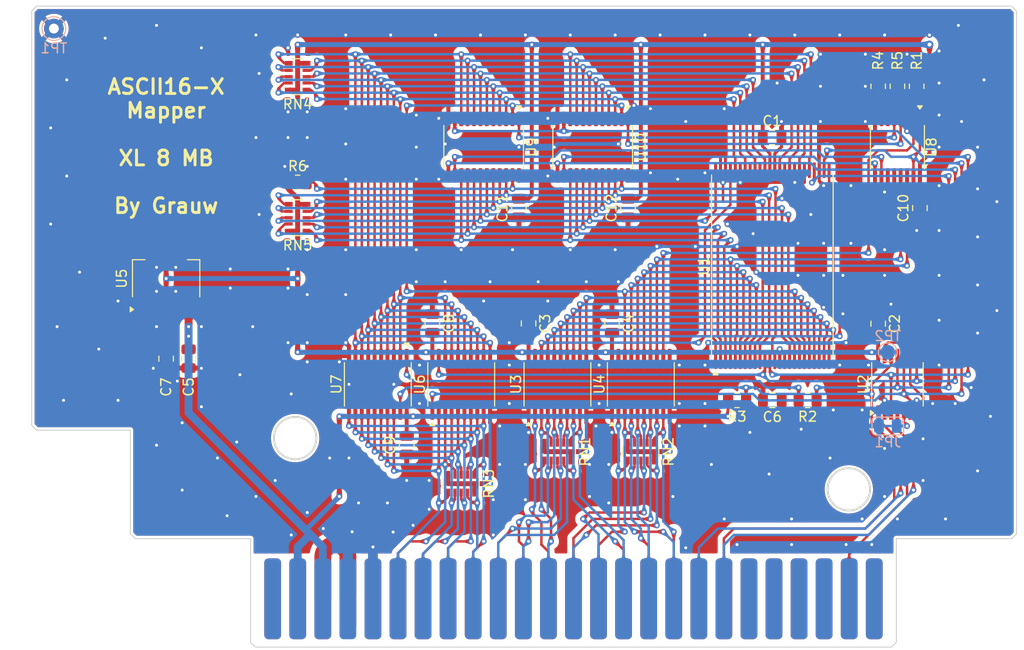
<source format=kicad_pcb>
(kicad_pcb (version 20241229) (generator "pcbnew") (generator_version "9.0")
  (title_block (title "ASCII16-X Mapper XL") (date "2023-12-16") (rev "1") (company "Laurens Holst") (comment 1 "License: MIT") (comment 3 "Supports up to 8 MB Flash ROM (3.3V)") (comment 4 "Extended ASCII16 mapper for MSX"))
  (layers (0 "F.Cu" signal) (2 "B.Cu" signal) (13 "F.Paste" user) (15 "B.Paste" user) (5 "F.SilkS" user "F.Silkscreen") (7 "B.SilkS" user "B.Silkscreen") (1 "F.Mask" user) (3 "B.Mask" user) (25 "Edge.Cuts" user))
  (net 0 "")
  (net 1 "+5V")
  (net 2 "GND")
  (net 3 "+3.3V")
  (net 19 "/~{SLTSL}")
  (net 20 "/~{WR}")
  (net 21 "/~{RD}")
  (net 22 "/~{RESET}")
  (net 23 "/Level Translation/A3")
  (net 24 "/Level Translation/D5")
  (net 25 "/Level Translation/D4")
  (net 26 "/Level Translation/A10")
  (net 27 "/Level Translation/D3")
  (net 28 "/Level Translation/A2")
  (net 29 "/Level Translation/A1")
  (net 30 "/Level Translation/A14")
  (net 31 "/Level Translation/D2")
  (net 32 "/Level Translation/A5")
  (net 33 "/Level Translation/A7")
  (net 34 "/Level Translation/A12")
  (net 35 "/Level Translation/D6")
  (net 36 "/Level Translation/D7")
  (net 37 "/Level Translation/A15")
  (net 38 "/Level Translation/A13")
  (net 39 "/Level Translation/D1")
  (net 40 "/Level Translation/A0")
  (net 41 "/Level Translation/A4")
  (net 42 "/Level Translation/D0")
  (net 43 "/Level Translation/A11")
  (net 44 "/Level Translation/A6")
  (net 45 "/Level Translation/A8")
  (net 46 "/Level Translation/A9")
  (net 47 "/Level Translation/~{SLTSL_EN}")
  (net 50 "/SW")
  (net 55 "/Level Translation/~{LV_RD_DELAY}")
  (net 56 "/Level Translation/~{LV_SLTSL}")
  (net 57 "/Level Translation/~{LV_RD}")
  (net 58 "/Mapper/~{M_OE1}")
  (net 59 "/Mapper/~{M_OE2}")
  (net 60 "/Mapper/M_A22")
  (net 61 "/Level Translation/LV_D5")
  (net 62 "/Level Translation/LV_D1")
  (net 63 "/Level Translation/LV_D7")
  (net 64 "/Level Translation/LV_D3")
  (net 65 "/Level Translation/LV_D4")
  (net 66 "/Level Translation/LV_D2")
  (net 67 "/Level Translation/LV_D6")
  (net 68 "/Level Translation/LV_D0")
  (net 69 "/Mapper/M_A16")
  (net 70 "/Mapper/M_A20")
  (net 71 "/Mapper/M_A21")
  (net 72 "/Mapper/M_A14")
  (net 73 "/Mapper/M_A15")
  (net 74 "/Mapper/M_A18")
  (net 75 "/Mapper/M_A17")
  (net 76 "/Mapper/M_A19")
  (net 77 "/Level Translation/~{LV_RESET}")
  (net 78 "/Level Translation/LV_A9")
  (net 79 "/Level Translation/~{LV_WR}")
  (net 80 "/Level Translation/LV_A7")
  (net 81 "/Level Translation/LV_A11")
  (net 82 "/Level Translation/LV_A5")
  (net 83 "/Level Translation/LV_A2")
  (net 84 "/Level Translation/LV_A10")
  (net 85 "/Level Translation/LV_A13")
  (net 86 "/Level Translation/LV_A3")
  (net 87 "/Level Translation/LV_A12")
  (net 88 "/Level Translation/LV_A8")
  (net 89 "/Level Translation/LV_A0")
  (net 90 "/Level Translation/LV_A4")
  (net 91 "/Level Translation/LV_A1")
  (net 92 "/Level Translation/LV_A6")
  (net 93 "/Level Translation/LV_A14")
  (net 94 "/Level Translation/LV_A15")
  (net 95 "/Mapper/~{M_CE2}")
  (net 96 "/Mapper/~{M_CE1}")
  (footprint "Fiducial:Fiducial_1mm_Mask2mm" (layer "F.Cu") (at 192.575 57.275)
    (property "Reference" "FID3" (hide yes))
    (property "Value" "Fiducial")
  )
  (footprint "Capacitor_SMD:C_0805_2012Metric" (layer "F.Cu") (at 133.1 99.525 90)
    (property "Reference" "C9")
    (property "Value" "0.1 µF")
  )
  (footprint "Package_SO:TSSOP-20_4.4x6.5mm_P0.65mm" (layer "F.Cu") (at 130.175 93.35 -90)
    (property "Reference" "U7")
    (property "Value" "74HCT541")
  )
  (footprint "Capacitor_SMD:C_0805_2012Metric" (layer "F.Cu") (at 185.1 75.475 90)
    (property "Reference" "C10")
    (property "Value" "0.1 µF")
  )
  (footprint "Capacitor_SMD:C_0805_2012Metric" (layer "F.Cu") (at 170.125 68.325)
    (property "Reference" "C1")
    (property "Value" "0.1 µF")
  )
  (footprint "Resistor_SMD:R_Array_Convex_5x0603" (layer "F.Cu") (at 156.825 100.175 -90)
    (property "Reference" "RN2")
    (property "Value" "10 kΩ")
  )
  (footprint "Capacitor_SMD:C_0805_2012Metric" (layer "F.Cu") (at 153.9 87.175 -90)
    (property "Reference" "C4")
    (property "Value" "0.1 µF")
  )
  (footprint "Resistor_SMD:R_0805_2012Metric" (layer "F.Cu") (at 166.575 94.975 180)
    (property "Reference" "R3")
    (property "Value" "10 kΩ")
  )
  (footprint "Resistor_SMD:R_Array_Convex_5x0603" (layer "F.Cu") (at 122.05 62.15 180)
    (property "Reference" "RN4")
    (property "Value" "10 kΩ")
  )
  (footprint "Resistor_SMD:R_0805_2012Metric" (layer "F.Cu") (at 173.725 94.975 180)
    (property "Reference" "R2")
    (property "Value" "680 Ω")
  )
  (footprint "Capacitor_SMD:C_0805_2012Metric" (layer "F.Cu") (at 155.525 75.475 90)
    (property "Reference" "C12")
    (property "Value" "0.1 µF")
  )
  (footprint "Package_SO:TSOP-I-48_18.4x12mm_P0.5mm" (layer "F.Cu") (at 170.15 81.325 90)
    (property "Reference" "U1")
    (property "Value" "S29GL064S")
  )
  (footprint "Resistor_SMD:R_Array_Convex_5x0603" (layer "F.Cu") (at 122.05 76.45 180)
    (property "Reference" "RN5")
    (property "Value" "10 kΩ")
  )
  (footprint "Resistor_SMD:R_0805_2012Metric" (layer "F.Cu") (at 122.05 72.875)
    (property "Reference" "R6")
    (property "Value" "10 kΩ")
  )
  (footprint "Package_SO:TSSOP-14_4.4x5mm_P0.65mm" (layer "F.Cu") (at 182.825 93.35 90)
    (property "Reference" "U2")
    (property "Value" "74LVC32A")
  )
  (footprint "Resistor_SMD:R_Array_Convex_5x0603" (layer "F.Cu") (at 138.625 103.425 -90)
    (property "Reference" "RN3")
    (property "Value" "10 kΩ")
  )
  (footprint "Resistor_SMD:R_0805_2012Metric" (layer "F.Cu") (at 184.775 63.125 -90)
    (property "Reference" "R1")
    (property "Value" "10 kΩ")
  )
  (footprint "Package_TO_SOT_SMD:SOT-223-3_TabPin2" (layer "F.Cu") (at 108.725 82.625 90)
    (property "Reference" "U5")
    (property "Value" "TLV1117LV33")
  )
  (footprint "Fiducial:Fiducial_1mm_Mask2mm" (layer "F.Cu") (at 192.575 106.675 180)
    (property "Reference" "FID1" (hide yes))
    (property "Value" "Fiducial")
  )
  (footprint "#MyFootprints:MSX_Cartridge_Edge_Fingers" (layer "F.Cu") (at 150 120)
    (property "Reference" "J1" (hide yes))
    (property "Value" "MSX Cartridge Edge Fingers")
  )
  (footprint "Package_SO:TSSOP-20_4.4x6.5mm_P0.65mm" (layer "F.Cu") (at 156.825 93.35 90)
    (property "Reference" "U4")
    (property "Value" "74LVC541A")
  )
  (footprint "Capacitor_SMD:C_0805_2012Metric" (layer "F.Cu") (at 108.725 90.75 -90)
    (property "Reference" "C7")
    (property "Value" "1 µF")
  )
  (footprint "Capacitor_SMD:C_0805_2012Metric" (layer "F.Cu") (at 144.475 75.475 90)
    (property "Reference" "C11")
    (property "Value" "0.1 µF")
  )
  (footprint "Package_SO:TSSOP-20_4.4x6.5mm_P0.65mm" (layer "F.Cu") (at 148.375 93.35 90)
    (property "Reference" "U3")
    (property "Value" "74LVC541A")
  )
  (footprint "Capacitor_SMD:C_0805_2012Metric" (layer "F.Cu") (at 170.15 94.975 180)
    (property "Reference" "C6")
    (property "Value" "100 pF")
  )
  (footprint "Capacitor_SMD:C_0805_2012Metric" (layer "F.Cu") (at 180.875 87.2 -90)
    (property "Reference" "C2")
    (property "Value" "0.1 µF")
  )
  (footprint "Package_SO:TSSOP-16_4.4x5mm_P0.65mm" (layer "F.Cu") (at 182.825 69.3 -90)
    (property "Reference" "U8")
    (property "Value" "74LVC139A")
  )
  (footprint "Resistor_SMD:R_0805_2012Metric" (layer "F.Cu") (at 180.875 63.125 -90)
    (property "Reference" "R4")
    (property "Value" "10 kΩ")
  )
  (footprint "Resistor_SMD:R_Array_Convex_5x0603" (layer "F.Cu") (at 148.375 100.175 -90)
    (property "Reference" "RN1")
    (property "Value" "10 kΩ")
  )
  (footprint "Capacitor_SMD:C_0805_2012Metric" (layer "F.Cu") (at 111 90.75 -90)
    (property "Reference" "C5")
    (property "Value" "1 µF")
  )
  (footprint "Package_SO:TSSOP-24_4.4x7.8mm_P0.65mm" (layer "F.Cu") (at 140.9 69.3 -90)
    (property "Reference" "U9")
    (property "Value" "74LVC823A")
  )
  (footprint "Capacitor_SMD:C_0805_2012Metric" (layer "F.Cu") (at 145.45 87.175 -90)
    (property "Reference" "C3")
    (property "Value" "0.1 µF")
  )
  (footprint "Package_SO:TSSOP-20_4.4x6.5mm_P0.65mm" (layer "F.Cu") (at 138.625 93.35 90)
    (property "Reference" "U6")
    (property "Value" "74LVC541A")
  )
  (footprint "Package_SO:TSSOP-24_4.4x7.8mm_P0.65mm" (layer "F.Cu") (at 151.95 69.3 -90)
    (property "Reference" "U10")
    (property "Value" "74LVC823A")
  )
  (footprint "Fiducial:Fiducial_1mm_Mask2mm" (layer "F.Cu") (at 107.425 106.675)
    (property "Reference" "FID2" (hide yes))
    (property "Value" "Fiducial")
  )
  (footprint "Capacitor_SMD:C_0805_2012Metric" (layer "F.Cu") (at 135.7 87.175 -90)
    (property "Reference" "C8")
    (property "Value" "0.1 µF")
  )
  (footprint "Resistor_SMD:R_0805_2012Metric" (layer "F.Cu") (at 182.825 63.125 -90)
    (property "Reference" "R5")
    (property "Value" "10 kΩ")
  )
  (footprint "#MyFootprints:SolderJumper-2_0805_Bridged" (layer "B.Cu") (at 181.85 97.575)
    (property "Reference" "JP1")
    (property "Value" "JP_SLTSL")
  )
  (footprint "TestPoint:TestPoint_THTPad_D2.0mm_Drill1.0mm" (layer "B.Cu") (at 97.35 57.275)
    (property "Reference" "TP1")
    (property "Value" "TestPoint GND")
  )
  (footprint "TestPoint:TestPoint_Pad_D1.5mm" (layer "B.Cu") (at 181.85 90.1 180)
    (property "Reference" "TP2")
    (property "Value" "TestPoint 3.3V")
  )
  (gr_poly (pts (xy 105.6 109) (xy 105.1 108.5) (xy 105.1 98) (xy 95.6 98) (xy 95.1 97.5) (xy 95.1 55.5) (xy 95.6 55) (xy 194.4 55) (xy 194.9 55.5) (xy 194.9 108.5) (xy 194.4 109) (xy 182.72 109) (xy 182.72 119.5) (xy 182.22 120) (xy 117.78 120) (xy 117.28 119.5) (xy 117.28 109)) (stroke (width 0.1)) (fill no) (layer "Edge.Cuts"))
  (gr_circle (center 177.9 104) (end 180.05 104) (stroke (width 0.2)) (fill no) (layer "Edge.Cuts"))
  (gr_circle (center 121.8 98.8) (end 123.95 98.8) (stroke (width 0.2)) (fill no) (layer "Edge.Cuts"))
  (gr_text "ASCII16-X\nMapper\n\nXL 8 MB\n\nBy Grauw" (at 108.725 76.125 0) (layer "F.SilkS") (effects (font (size 1.5 1.5) (thickness 0.3) (bold yes)) (justify bottom)))
  (segment (start 158.125 100.175) (end 159.75 100.175) (width 0.5) (layer "F.Cu") (net 1))
  (segment (start 126.275 104.725) (end 126.275 96.6) (width 0.5) (layer "F.Cu") (net 1))
  (segment (start 165.6625 94.975) (end 165.6625 96.6) (width 0.3) (layer "F.Cu") (net 1))
  (segment (start 137.265 102.525) (end 137.265 103.365) (width 0.48) (layer "F.Cu") (net 1))
  (segment (start 155.525 100.175) (end 158.125 100.175) (width 0.5) (layer "F.Cu") (net 1))
  (segment (start 155.465 99.275) (end 155.465 100.115) (width 0.48) (layer "F.Cu") (net 1))
  (segment (start 158.185 100.235) (end 158.125 100.175) (width 0.3) (layer "F.Cu") (net 1))
  (segment (start 137.265 103.365) (end 137.325 103.425) (width 0.48) (layer "F.Cu") (net 1))
  (segment (start 133.1 96.6) (end 133.75 96.6) (width 0.4) (layer "F.Cu") (net 1))
  (segment (start 149.675 100.175) (end 151.3 100.175) (width 0.5) (layer "F.Cu") (net 1))
  (segment (start 155.465 100.115) (end 155.525 100.175) (width 0.48) (layer "F.Cu") (net 1))
  (segment (start 147.015 99.275) (end 147.015 100.115) (width 0.48) (layer "F.Cu") (net 1))
  (segment (start 141.55 103.425) (end 139.925 103.425) (width 0.5) (layer "F.Cu") (net 1))
  (segment (start 147.075 100.175) (end 149.675 100.175) (width 0.5) (layer "F.Cu") (net 1))
  (segment (start 147.015 100.115) (end 147.075 100.175) (width 0.48) (layer "F.Cu") (net 1))
  (segment (start 133.1 96.2125) (end 133.1 96.6) (width 0.4) (layer "F.Cu") (net 1))
  (segment (start 139.925 103.425) (end 137.325 103.425) (width 0.5) (layer "F.Cu") (net 1))
  (segment (start 149.735 101.075) (end 149.735 100.235) (width 0.48) (layer "F.Cu") (net 1))
  (segment (start 149.735 100.235) (end 149.675 100.175) (width 0.48) (layer "F.Cu") (net 1))
  (segment (start 111 89.8) (end 111 85.8) (width 0.8) (layer "F.Cu") (net 1))
  (segment (start 158.185 101.075) (end 158.185 100.235) (width 0.48) (layer "F.Cu") (net 1))
  (segment (start 139.985 104.325) (end 139.985 103.485) (width 0.48) (layer "F.Cu") (net 1))
  (segment (start 111 85.8) (end 111.025 85.775) (width 0.8) (layer "F.Cu") (net 1))
  (segment (start 133.1 96.2125) (end 133.1 98.575) (width 0.4) (layer "F.Cu") (net 1))
  (via (at 165.6625 96.6) (size 0.6) (drill 0.3) (layers "F.Cu" "B.Cu") (net 1))
  (via (at 126.275 104.725) (size 0.6) (drill 0.3) (layers "F.Cu" "B.Cu") (net 1))
  (via (at 151.3 100.175) (size 0.6) (drill 0.3) (layers "F.Cu" "B.Cu") (net 1))
  (via (at 159.75 100.175) (size 0.6) (drill 0.3) (layers "F.Cu" "B.Cu") (net 1))
  (via (at 126.275 96.6) (size 0.6) (drill 0.3) (layers "F.Cu" "B.Cu") (net 1))
  (via (at 111 88.475) (size 0.6) (drill 0.3) (layers "F.Cu" "B.Cu") (net 1))
  (via (at 111 87.5) (size 0.6) (drill 0.3) (layers "F.Cu" "B.Cu") (net 1))
  (via (at 133.75 96.6) (size 0.6) (drill 0.3) (layers "F.Cu" "B.Cu") (net 1))
  (via (at 141.55 103.425) (size 0.6) (drill 0.3) (layers "F.Cu" "B.Cu") (net 1))
  (segment (start 159.75 96.6) (end 151.3 96.6) (width 0.5) (layer "B.Cu") (net 1))
  (segment (start 123.33 108.57) (end 124.6 109.84) (width 0.8) (layer "B.Cu") (net 1))
  (segment (start 159.75 100.175) (end 159.75 96.6) (width 0.3) (layer "B.Cu") (net 1))
  (segment (start 124.6 109.84) (end 124.6 115.1) (width 0.8) (layer "B.Cu") (net 1))
  (segment (start 111 96.24) (end 122.555 107.795) (width 0.8) (layer "B.Cu") (net 1))
  (segment (start 122.06 109.84) (end 123.33 108.57) (width 0.8) (layer "B.Cu") (net 1))
  (segment (start 126.275 104.725) (end 122.88 108.12) (width 0.5) (layer "B.Cu") (net 1))
  (segment (start 141.55 103.425) (end 141.55 96.6) (width 0.3) (layer "B.Cu") (net 1))
  (segment (start 111 87.5) (end 111 88.475) (width 0.8) (layer "B.Cu") (net 1))
  (segment (start 165.6625 96.6) (end 159.75 96.6) (width 0.5) (layer "B.Cu") (net 1))
  (segment (start 151.3 100.175) (end 151.3 96.6) (width 0.3) (layer "B.Cu") (net 1))
  (segment (start 141.55 96.6) (end 151.3 96.6) (width 0.5) (layer "B.Cu") (net 1))
  (segment (start 111 88.475) (end 111 96.24) (width 0.8) (layer "B.Cu") (net 1))
  (segment (start 122.555 107.795) (end 123.33 108.57) (width 0.8) (layer "B.Cu") (net 1))
  (segment (start 122.06 115.1) (end 122.06 109.84) (width 0.8) (layer "B.Cu") (net 1))
  (segment (start 133.75 96.6) (end 141.55 96.6) (width 0.5) (layer "B.Cu") (net 1))
  (segment (start 126.275 96.6) (end 133.75 96.6) (width 0.5) (layer "B.Cu") (net 1))
  (segment (start 165.4 71.6375) (end 165.4 70.275) (width 0.3) (layer "F.Cu") (net 2))
  (segment (start 148.05 67.66005) (end 148.375 67.33505) (width 0.4) (layer "F.Cu") (net 2))
  (segment (start 154.55 90.4875) (end 154.55 91.725) (width 0.4) (layer "F.Cu") (net 2))
  (segment (start 170.4 71.6375) (end 170.4 72.875) (width 0.3) (layer "F.Cu") (net 2))
  (segment (start 137.325 66.4375) (end 137.325 67.33505) (width 0.4) (layer "F.Cu") (net 2))
  (segment (start 173.4 71.6375) (end 173.4 72.875) (width 0.3) (layer "F.Cu") (net 2))
  (segment (start 180.55 66.4375) (end 180.55 65.4) (width 0.4) (layer "F.Cu") (net 2))
  (segment (start 146.1 90.4875) (end 146.1 91.725) (width 0.4) (layer "F.Cu") (net 2))
  (segment (start 148.375 67.33505) (end 148.375 66.4375) (width 0.4) (layer "F.Cu") (net 2))
  (segment (start 171.075 69.275) (end 171.075 68.325) (width 0.3) (layer "F.Cu") (net 2))
  (segment (start 173.4 72.875) (end 172.425 72.875) (width 0.3) (layer "F.Cu") (net 2))
  (segment (start 127.25 90.4875) (end 127.25 89.45) (width 0.4) (layer "F.Cu") (net 2))
  (segment (start 145.45 96.2125) (end 145.45 94.975) (width 0.4) (layer "F.Cu") (net 2))
  (segment (start 166.9 72.875) (end 166.9 71.6375) (width 0.3) (layer "F.Cu") (net 2))
  (segment (start 184.775 96.2125) (end 184.775 94.975) (width 0.4) (layer "F.Cu") (net 2))
  (segment (start 180.55 65.4) (end 180.225 65.075) (width 0.4) (layer "F.Cu") (net 2))
  (segment (start 141.55 96.2125) (end 141.55 94.975) (width 0.4) (layer "F.Cu") (net 2))
  (segment (start 160.075 97.575) (end 159.75 97.25) (width 0.4) (layer "F.Cu") (net 2))
  (segment (start 171.4 72.875) (end 170.4 72.875) (width 0.3) (layer "F.Cu") (net 2))
  (segment (start 164.9 70.275) (end 164.9 71.6375) (width 0.3) (layer "F.Cu") (net 2))
  (segment (start 153.9 96.2125) (end 153.9 94.975) (width 0.4) (layer "F.Cu") (net 2))
  (segment (start 168.9 71.6375) (end 168.9 72.875) (width 0.3) (layer "F.Cu") (net 2))
  (segment (start 159.75 96.2125) (end 159.75 94.975) (width 0.4) (layer "F.Cu") (net 2))
  (segment (start 148.05 69.3) (end 148.05 67.66005) (width 0.4) (layer "F.Cu") (net 2))
  (segment (start 165.4 72.625) (end 165.15 72.875) (width 0.3) (layer "F.Cu") (net 2))
  (segment (start 127.25 90.4875) (end 127.25 91.725) (width 0.4) (layer "F.Cu") (net 2))
  (segment (start 127.25 89.45) (end 126.925 89.125) (width 0.4) (layer "F.Cu") (net 2))
  (segment (start 170.4 71.6375) (end 170.4 69.95) (width 0.3) (layer "F.Cu") (net 2))
  (segment (start 148.375 66.4375) (end 148.375 65.075) (width 0.4) (layer "F.Cu") (net 2))
  (segment (start 174.9 71.6375) (end 174.9 70.3) (width 0.3) (layer "F.Cu") (net 2))
  (segment (start 180.225 65.075) (end 179.9 65.075) (width 0.4) (layer "F.Cu") (net 2))
  (segment (start 174.9 72.75) (end 174.9 71.6375) (width 0.3) (layer "F.Cu") (net 2))
  (segment (start 172.425 72.875) (end 172.4 72.875) (width 0.3) (layer "F.Cu") (net 2))
  (segment (start 153.9 98.225) (end 153.9 96.2125) (width 0.3) (layer "F.Cu") (net 2))
  (segment (start 175.35 73.2) (end 174.9 72.75) (width 0.3) (layer "F.Cu") (net 2))
  (segment (start 174.875 70.275) (end 174.875 68.975) (width 0.4) (layer "F.Cu") (net 2))
  (segment (start 160.725 97.575) (end 160.075 97.575) (width 0.4) (layer "F.Cu") (net 2))
  (segment (start 159.75 97.25) (end 159.75 96.2125) (width 0.4) (layer "F.Cu") (net 2))
  (segment (start 180.55 66.4375) (end 180.55 67.675) (width 0.4) (layer "F.Cu") (net 2))
  (segment (start 181.525 94.975) (end 181.525 96.2125) (width 0.3) (layer "F.Cu") (net 2))
  (segment (start 142.525 97.575) (end 141.875 97.575) (width 0.4) (layer "F.Cu") (net 2))
  (segment (start 168.9 72.875) (end 167.9 72.875) (width 0.3) (layer "F.Cu") (net 2))
  (segment (start 172.4 71.6375) (end 172.4 72.875) (width 0.3) (layer "F.Cu") (net 2))
  (segment (start 133.1 100.475) (end 133.1 103.1) (width 0.4) (layer "F.Cu") (net 2))
  (segment (start 141.55 97.25) (end 141.55 96.2125) (width 0.4) (layer "F.Cu") (net 2))
  (segment (start 141.875 97.575) (end 141.55 97.25) (width 0.4) (layer "F.Cu") (net 2))
  (segment (start 151.3 96.2125) (end 151.3 94.975) (width 0.4) (layer "F.Cu") (net 2))
  (segment (start 165.4 71.6375) (end 165.4 72.625) (width 0.3) (layer "F.Cu") (net 2))
  (segment (start 137 67.66005) (end 137 68.975) (width 0.4) (layer "F.Cu") (net 2))
  (segment (start 137.325 67.33505) (end 137 67.66005) (width 0.4) (layer "F.Cu") (net 2))
  (segment (start 171.075 68.325) (end 171.075 66.7) (width 0.4) (layer "F.Cu") (net 2))
  (segment (start 167.9 72.875) (end 166.9 72.875) (width 0.3) (layer "F.Cu") (net 2))
  (segment (start 172.4 72.875) (end 171.4 72.875) (width 0.3) (layer "F.Cu") (net 2))
  (segment (start 152.275 97.575) (end 151.625 97.575) (width 0.4) (layer "F.Cu") (net 2))
  (segment (start 151.3 97.25) (end 151.3 96.2125) (width 0.4) (layer "F.Cu") (net 2))
  (segment (start 151.625 97.575) (end 151.3 97.25) (width 0.4) (layer "F.Cu") (net 2))
  (segment (start 145.45 98.225) (end 145.45 96.2125) (width 0.3) (layer "F.Cu") (net 2))
  (segment (start 164.9 71.6375) (end 164.9 72.625) (width 0.3) (layer "F.Cu") (net 2))
  (segment (start 174.9 70.3) (end 174.875 70.275) (width 0.3) (layer "F.Cu") (net 2))
  (segment (start 167.9 71.6375) (end 167.9 72.875) (width 0.3) (layer "F.Cu") (net 2))
  (segment (start 164.9 72.625) (end 165.15 72.875) (width 0.3) (layer "F.Cu") (net 2))
  (segment (start 170.4 69.95) (end 171.075 69.275) (width 0.3) (layer "F.Cu") (net 2))
  (segment (start 137.325 66.4375) (end 137.325 65.075) (width 0.4) (layer "F.Cu") (net 2))
  (segment (start 171.4 71.6375) (end 171.4 72.875) (width 0.3) (layer "F.Cu") (net 2))
  (segment (start 183.8 67.675) (end 183.8 66.4375) (width 0.4) (layer "F.Cu") (net 2))
  (segment (start 170.4 72.875) (end 168.9 72.875) (width 0.3) (layer "F.Cu") (net 2))
  (via (at 121.075 83.6) (size 0.6) (drill 0.3) (layers "F.Cu" "B.Cu") (net 2))
  (via (at 157.8 65.4) (size 0.6) (drill 0.3) (layers "F.Cu" "B.Cu") (net 2))
  (via (at 147.4 72.225) (size 0.6) (drill 0.3) (layers "F.Cu" "B.Cu") (net 2))
  (via (at 175.35 73.2) (size 0.6) (drill 0.3) (layers "F.Cu" "B.Cu") (net 2))
  (via (at 160.5625 72.55) (size 0.6) (drill 0.3) (layers "F.Cu" "B.Cu") (net 2))
  (via (at 187.05 77.75) (size 0.6) (drill 0.3) (layers "F.Cu" "B.Cu") (net 2))
  (via (at 114.9 106.675) (size 0.6) (drill 0.3) (layers "F.Cu" "B.Cu") (net 2))
  (via (at 190.95 88.15) (size 0.6) (drill 0.3) (layers "F.Cu" "B.Cu") (net 2))
  (via (at 131.8 93.35) (size 0.6) (drill 0.3) (layers "F.Cu" "B.Cu") (net 2))
  (via (at 165.15 72.875) (size 0.6) (drill 0.3) (layers "F.Cu" "B.Cu") (net 2))
  (via (at 156.125 65.075) (size 0.6) (drill 0.3) (layers "F.Cu" "B.Cu") (net 2))
  (via (at 134.075 79.7) (size 0.6) (drill 0.3) (layers "F.Cu" "B.Cu") (net 2))
  (via (at 160.075 104.725) (size 0.6) (drill 0.3) (layers "F.Cu" "B.Cu") (net 2))
  (via (at 123.025 65.725) (size 0.6) (drill 0.3) (layers "F.Cu" "B.Cu") (net 2))
  (via (at 176.975 57.925) (size 0.6) (drill 0.3) (layers "F.Cu" "B.Cu") (net 2))
  (via (at 175.35 79.05) (size 0.6) (drill 0.3) (layers "F.Cu" "B.Cu") (net 2))
  (via (at 160.725 91.4) (size 0.6) (drill 0.3) (layers "F.Cu" "B.Cu") (net 2))
  (via (at 189.325 66.7) (size 0.6) (drill 0.3) (layers "F.Cu" "B.Cu") (net 2))
  (via (at 187.05 82.3) (size 0.6) (drill 0.3) (layers "F.Cu" "B.Cu") (net 2))
  (via (at 135.375 106.025) (size 0.6) (drill 0.3) (layers "F.Cu" "B.Cu") (net 2))
  (via (at 143.825 79.7) (size 0.6) (drill 0.3) (layers "F.Cu" "B.Cu") (net 2))
  (via (at 117.825 68.325) (size 0.6) (drill 0.3) (layers "F.Cu" "B.Cu") (net 2))
  (via (at 174.05 76.125) (size 0.6) (drill 0.3) (layers "F.Cu" "B.Cu") (net 2))
  (via (at 175.35 85.55) (size 0.6) (drill 0.3) (layers "F.Cu" "B.Cu") (net 2))
  (via (at 181.525 104.725) (size 0.6) (drill 0.3) (layers "F.Cu" "B.Cu") (net 2))
  (via (at 123.025 84.25) (size 0.6) (drill 0.3) (layers "F.Cu" "B.Cu") (net 2))
  (via (at 121.4 94.325) (size 0.6) (drill 0.3) (layers "F.Cu" "B.Cu") (net 2))
  (via (at 112.3 87.5) (size 0.6) (drill 0.3) (layers "F.Cu" "B.Cu") (net 2))
  (via (at 160.725 95.3) (size 0.6) (drill 0.3) (layers "F.Cu" "B.Cu") (net 2))
  (via (at 143.5 89.125) (size 0.6) (drill 0.3) (layers "F.Cu" "B.Cu") (net 2))
  (via (at 123.025 106.35) (size 0.6) (drill 0.3) (layers "F.Cu" "B.Cu") (net 2))
  (via (at 145.125 57.925) (size 0.6) (drill 0.3) (layers "F.Cu" "B.Cu") (net 2))
  (via (at 107.75 99.525) (size 0.6) (drill 0.3) (layers "F.Cu" "B.Cu") (net 2))
  (via (at 190.95 78.4) (size 0.6) (drill 0.3) (layers "F.Cu" "B.Cu") (net 2))
  (via (at 131.475 57.925) (size 0.6) (drill 0.3) (layers "F.Cu" "B.Cu") (net 2))
  (via (at 117.5 87.5) (size 0.6) (drill 0.3) (layers "F.Cu" "B.Cu") (net 2))
  (via (at 187.05 69.3) (size 0.6) (drill 0.3) (layers "F.Cu" "B.Cu") (net 2))
  (via (at 166.575 109.6) (size 0.6) (drill 0.3) (layers "F.Cu" "B.Cu") (net 2))
  (via (at 190.95 73.525) (size 0.6) (drill 0.3) (layers "F.Cu" "B.Cu") (net 2))
  (via (at 123.025 71.25) (size 0.6) (drill 0.3) (layers "F.Cu" "B.Cu") (net 2))
  (via (at 141.55 82.95) (size 0.6) (drill 0.3) (layers "F.Cu" "B.Cu") (net 2))
  (via (at 137 82.95) (size 0.6) (drill 0.3) (layers "F.Cu" "B.Cu") (net 2))
  (via (at 123.025 79.7) (size 0.6) (drill 0.3) (layers "F.Cu" "B.Cu") (net 2))
  (via (at 176.975 91.4) (size 0.6) (drill 0.3) (layers "F.Cu" "B.Cu") (net 2))
  (via (at 165.6 77.1) (size 0.6) (drill 0.3) (layers "F.Cu" "B.Cu") (net 2))
  (via (at 112.3 91.725) (size 0.6) (drill 0.3) (layers "F.Cu" "B.Cu") (net 2))
  (via (at 137 68.975) (size 0.6) (drill 0.3) (layers "F.Cu" "B.Cu") (net 2))
  (via (at 161.375 109.925) (size 0.6) (drill 0.3) (layers "F.Cu" "B.Cu") (net 2))
  (via (at 163.975 101.475) (size 0.6) (drill 0.3) (layers "F.Cu" "B.Cu") (net 2))
  (via (at 110.35 97.25) (size 0.6) (drill 0.3) (layers "F.Cu" "B.Cu") (net 2))
  (via (at 107.75 81.4875) (size 0.6) (drill 0.3) (layers "F.Cu" "B.Cu") (net 2))
  (via (at 183.8 67.675) (size 0.6) (drill 0.3) (layers "F.Cu" "B.Cu") (net 2))
  (via (at 179.575 66.7) (size 0.6) (drill 0.3) (layers "F.Cu" "B.Cu") (net 2))
  (via (at 186.4 95.3) (size 0.6) (drill 0.3) (layers "F.Cu" "B.Cu") (net 2))
  (via (at 121.075 68.325) (size 0.6) (drill 0.3) (layers "F.Cu" "B.Cu") (net 2))
  (via (at 120.75 71.25) (size 0.6) (drill 0.3) (layers "F.Cu" "B.Cu") (net 2))
  (via (at 126.925 68.975) (size 0.6) (drill 0.3) (layers "F.Cu" "B.Cu") (net 2))
  (via (at 181.525 73.85) (size 0.6) (drill 0.3) (layers "F.Cu" "B.Cu") (net 2))
  (via (at 107.75 83.925) (size 0.6) (drill 0.3) (layers "F.Cu" "B.Cu") (net 2))
  (via (at 185.425 98.875) (size 0.6) (drill 0.3) (layers "F.Cu" "B.Cu") (net 2))
  (via (at 115.225 83.6) (size 0.6) (drill 0.3) (layers "F.Cu" "B.Cu") (net 2))
  (via (at 187.05 62.8) (size 0.6) (drill 0.3) (layers "F.Cu" "B.Cu") (net 2))
  (via (at 160.725 97.575) (size 0.6) (drill 0.3) (layers "F.Cu" "B.Cu") (net 2))
  (via (at 168.525 81.975) (size 0.6) (drill 0.3) (layers "F.Cu" "B.Cu") (net 2))
  (via (at 161.375 66.7) (size 0.6) (drill 0.3) (layers "F.Cu" "B.Cu") (net 2))
  (via (at 171.075 66.7) (size 0.6) (drill 0.3) (layers "F.Cu" "B.Cu") (net 2))
  (via (at 129.68 109.84) (size 0.6) (drill 0.3) (layers "F.Cu" "B.Cu") (net 2))
  (via (at 115.225 81.65) (size 0.6) (drill 0.3) (layers "F.Cu" "B.Cu") (net 2))
  (via (at 127.25 93.35) (size 0.6) (drill 0.3) (layers "F.Cu" "B.Cu") (net 2))
  (via (at 126.925 79.7) (size 0.6) (drill 0.3) (layers "F.Cu" "B.Cu") (net 2))
  (via (at 162.35 79.375) (size 0.6) (drill 0.3) (layers "F.Cu" "B.Cu") (net 2))
  (via (at 110.35 104.075) (size 0.6) (drill 0.3) (layers "F.Cu" "B.Cu") (net 2))
  (via (at 117.825 104.725) (size 0.6) (drill 0.3) (layers "F.Cu" "B.Cu") (net 2))
  (via (at 97.025 77.1) (size 0.6) (drill 0.3) (layers "F.Cu" "B.Cu") (net 2))
  (via (at 109.8625 93.025) (size 0.6) (drill 0.3) (layers "F.Cu" "B.Cu") (net 2))
  (via (at 166.9 72.875) (size 0.6) (drill 0.3) (layers "F.Cu" "B.Cu") (net 2))
  (via (at 148.05 69.3) (size 0.6) (drill 0.3) (layers "F.Cu" "B.Cu") (net 2))
  (via (at 175.025 66.7) (size 0.6) (drill 0.3) (layers "F.Cu" "B.Cu") (net 2))
  (via (at 153.575 101.475) (size 0.6) (drill 0.3) (layers "F.Cu" "B.Cu") (net 2))
  (via (at 145.45 98.225) (size 0.6) (drill 0.3) (layers "F.Cu" "B.Cu") (net 2))
  (via (at 178.1125 73.2) (size 0.6) (drill 0.3) (layers "F.Cu" "B.Cu") (net 2))
  (via (at 107.75 56.95) (size 0.6) (drill 0.3) (layers "F.Cu" "B.Cu") (net 2))
  (via (at 127.25 100.825) (size 0.6) (drill 0.3) (layers "F.Cu" "B.Cu") (net 2))
  (via (at 122.05 57.925) (size 0.6) (drill 0.3) (layers "F.Cu" "B.Cu") (net 2))
  (via (at 136.35 66.375) (size 0.6) (drill 0.3) (layers "F.Cu" "B.Cu") (net 2))
  (via (at 131.15 105.375) (size 0.6) (drill 0.3) (layers "F.Cu" "B.Cu") (net 2))
  (via (at 123.025 89.125) (size 0.6) (drill 0.3) (layers "F.Cu" "B.Cu") (net 2))
  (via (at 187.05 91.4) (size 0.6) (drill 0.3) (layers "F.Cu" "B.Cu") (net 2))
  (via (at 185.425 103.1) (size 0.6) (drill 0.3) (layers "F.Cu" "B.Cu") (net 2))
  (via (at 113.925 100.825) (size 0.6) (drill 0.3) (layers "F.Cu" "B.Cu") (net 2))
  (via (at 118.15 76.125) (size 0.6) (drill 0.3) (layers "F.Cu" "B.Cu") (net 2))
  (via (at 97.025 67.35) (size 0.6) (drill 0.3) (layers "F.Cu" "B.Cu") (net 2))
  (via (at 172.425 57.925) (size 0.6) (drill 0.3) (layers "F.Cu" "B.Cu") (net 2))
  (via (at 103.85 94.975) (size 0.6) (drill 0.3) (layers "F.Cu" "B.Cu") (net 2))
  (via (at 151.625 104.725) (size 0.6) (drill 0.3) (layers "F.Cu" "B.Cu") (net 2))
  (via (at 117.825 57.925) (size 0.6) (drill 0.3) (layers "F.Cu" "B.Cu") (net 2))
  (via (at 145.125 105.05) (size 0.6) (drill 0.3) (layers "F.Cu" "B.Cu") (net 2))
  (via (at 99.95 81.975) (size 0.6) (drill 0.3) (layers "F.Cu" "B.Cu") (net 2))
  (via (at 115.875 99.2) (size 0.6) (drill 0.3) (layers "F.Cu" "B.Cu") (net 2))
  (via (at 131.726913 108.330793) (size 0.6) (drill 0.3) (layers "F.Cu" "B.Cu") (net 2))
  (via (at 134.075 66.05) (size 0.6) (drill 0.3) (layers "F.Cu" "B.Cu") (net 2))
  (via (at 181.525 94.975) (size 0.6) (drill 0.3) (layers "F.Cu" "B.Cu") (net 2))
  (via (at 179.9 91.4) (size 0.6) (drill 0.3) (layers "F.Cu" "B.Cu") (net 2))
  (via (at 181.525 99.85) (size 0.6) (drill 0.3) (layers "F.Cu" "B.Cu") (net 2))
  (via (at 192.9 74.825) (size 0.6) (drill 0.3) (layers "F.Cu" "B.Cu") (net 2))
  (via (at 133.1 103.1) (size 0.6) (drill 0.3) (layers "F.Cu" "B.Cu") (net 2))
  (via (at 143.5 91.4) (size 0.6) (drill 0.3) (layers "F.Cu" "B.Cu") (net 2))
  (via (at 192.9 85.875) (size 0.6) (drill 0.3) (layers "F.Cu" "B.Cu") (net 2))
  (via (at 191.6 62.475) (size 0.6) (drill 0.3) (layers "F.Cu" "B.Cu") (net 2))
  (via (at 189 56.95) (size 0.6) (drill 0.3) (layers "F.Cu" "B.Cu") (net 2))
  (via (at 112.3 95.625) (size 0.6) (drill 0.3) (layers "F.Cu" "B.Cu") (net 2))
  (via (at 157.8 71.9) (size 0.6) (drill 0.3) (layers "F.Cu" "B.Cu") (net 2))
  (via (at 145.125 101.475) (size 0.6) (drill 0.3) (layers "F.Cu" "B.Cu") (net 2))
  (via (at 187.05 73.2) (size 0.6) (drill 0.3) (layers "F.Cu" "B.Cu") (net 2))
  (via (at 107.425 91.725) (size 0.6) (drill 0.3) (layers "F.Cu" "B.Cu") (net 2))
  (via (at 177.3 86.2) (size 0.6) (drill 0.3) (layers "F.Cu" "B.Cu") (net 2))
  (via (at 175.35 82.3) (size 0.6) (drill 0.3) (layers "F.Cu" "B.Cu") (net 2))
  (via (at 167.875 98.225) (size 0.6) (drill 0.3) (layers "F.Cu" "B.Cu") (net 2))
  (via (at 140.9 84.9) (size 0.6) (drill 0.3) (layers "F.Cu" "B.Cu") (net 2))
  (via (at 181.525 79.7) (size 0.6) (drill 0.3) (layers "F.Cu" "B.Cu") (net 2))
  (via (at 184.775 94.975) (size 0.6) (drill 0.3) (layers "F.Cu" "B.Cu") (net 2))
  (via (at 163.325 91.4) (size 0.6) (drill 0.3) (layers "F.Cu" "B.Cu") (net 2))
  (via (at 121.075 81.65) (size 0.6) (drill 0.3) (layers "F.Cu" "B.Cu") (net 2))
  (via (at 184.775 77.75) (size 0.6) (drill 0.3) (layers "F.Cu" "B.Cu") (net 2))
  (via (at 163.325 97.575) (size 0.6) (drill 0.3) (layers "F.Cu" "B.Cu") (net 2))
  (via (at 169.825 102.45) (size 0.6) (drill 0.3) (layers "F.Cu" "B.Cu") (net 2))
  (via (at 192.25 96.6) (size 0.6) (drill 0.3) (layers "F.Cu" "B.Cu") (net 2))
  (via (at 190.95 102.125) (size 0.6) (drill 0.3) (layers "F.Cu" "B.Cu") (net 2))
  (via (at 103.85 84.9) (size 0.6) (drill 0.3) (layers "F.Cu" "B.Cu") (net 2))
  (via (at 119.775 103.1) (size 0.6) (drill 0.3) (layers "F.Cu" "B.Cu") (net 2))
  (via (at 134.075 72.55) (size 0.6) (drill 0.3) (layers "F.Cu" "B.Cu") (net 2))
  (via (at 98.325 94.975) (size 0.6) (drill 0.3) (layers "F.Cu" "B.Cu") (net 2))
  (via (at 151.625 101.475) (size 0.6) (drill 0.3) (layers "F.Cu" "B.Cu") (net 2))
  (via (at 183.8 59.875) (size 0.6) (drill 0.3) (layers "F.Cu" "B.Cu") (net 2))
  (via (at 126.925 57.925) (size 0.6) (drill 0.3) (layers "F.Cu" "B.Cu") (net 2))
  (via (at 187.05 59.55) (size 0.6) (drill 0.3) (layers "F.Cu" "B.Cu") (net 2))
  (via (at 154.225 57.925) (size 0.6) (drill 0.3) (layers "F.Cu" "B.Cu") (net 2))
  (via (at 175.025 63.125) (size 0.6) (drill 0.3) (layers "F.Cu" "B.Cu") (net 2))
  (via (at 147.4 84.9) (size 0.6) (drill 0.3) (layers "F.Cu" "B.Cu") (net 2))
  (via (at 121.4 108.625) (size 0.6) (drill 0.3) (layers "F.Cu" "B.Cu") (net 2))
  (via (at 134.4 91.4) (size 0.6) (drill 0.3) (layers "F.Cu" "B.Cu") (net 2))
  (via (at 178.1125 79.05) (size 0.6) (drill 0.3) (layers "F.Cu" "B.Cu") (net 2))
  (via (at 146.425 82.95) (size 0.6) (drill 0.3) (layers "F.Cu" "B.Cu") (net 2))
  (via (at 112.3 59.225) (size 0.6) (drill 0.3) (layers "F.Cu" "B.Cu") (net 2))
  (via (at 187.7 107) (size 0.6) (drill 0.3) (layers "F.Cu" "B.Cu") (net 2))
  (via (at 142.525 101.475) (size 0.6) (drill 0.3) (layers "F.Cu" "B.Cu") (net 2))
  (via (at 177.625 109.6) (size 0.6) (drill 0.3) (layers "F.Cu" "B.Cu") (net 2))
  (via (at 165.275 65.4) (size 0.6) (drill 0.3) (layers "F.Cu" "B.Cu") (net 2))
  (via (at 134.075 69.3) (size 0.6) (drill 0.3) (layers "F.Cu" "B.Cu") (net 2))
  (via (at 134.4 95.3) (size 0.6) (drill 0.3) (layers "F.Cu" "B.Cu") (net 2))
  (via (at 163.325 57.925) (size 0.6) (drill 0.3) (layers "F.Cu" "B.Cu") (net 2))
  (via (at 136.025 57.925) (size 0.6) (drill 0.3) (layers "F.Cu" "B.Cu") (net 2))
  (via (at 158.45 79.375) (size 0.6) (drill 0.3) (layers "F.Cu" "B.Cu") (net 2))
  (via (at 126.925 84.25) (size 0.6) (drill 0.3) (layers "F.Cu" "B.Cu") (net 2))
  (via (at 149.675 79.7) (size 0.6) (drill 0.3) (layers "F.Cu" "B.Cu") (net 2))
  (via (at 125.3 100.825) (size 0.6) (drill 0.3) (layers "F.Cu" "B.Cu") (net 2))
  (via (at 177.625 89.125) (size 0.6) (drill 0.3) (layers "F.Cu" "B.Cu") (net 2))
  (via (at 165.275 107) (size 0.6) (drill 0.3) (layers "F.Cu" "B.Cu") (net 2))
  (via (at 109.7 83.925) (size 0.6) (drill 0.3) (layers "F.Cu" "B.Cu") (net 2))
  (via (at 143.5 95.3) (size 0.6) (drill 0.3) (layers "F.Cu" "B.Cu") (net 2))
  (via (at 144.475 69.3) (size 0.6) (drill 0.3) (layers "F.Cu" "B.Cu") (net 2))
  (via (at 134.075 82.95) (size 0.6) (drill 0.3) (layers "F.Cu" "B.Cu") (net 2))
  (via (at 190.95 83.275) (size 0.6) (drill 0.3) (layers "F.Cu" "B.Cu") (net 2))
  (via (at 141.875 105.05) (size 0.6) (drill 0.3) (layers "F.Cu" "B.Cu") (net 2))
  (via (at 116.2 92.375) (size 0.6) (drill 0.3) (layers "F.Cu" "B.Cu") (net 2))
  (via (at 167.875 57.925) (size 0.6) (drill 0.3) (layers "F.Cu" "B.Cu") (net 2))
  (via (at 176 100.825) (size 0.6) (drill 0.3) (layers "F.Cu" "B.Cu") (net 2))
  (via (at 163.65 89.125) (size 0.6) (drill 0.3) (layers "F.Cu" "B.Cu") (net 2))
  (via (at 126.925 89.125) (size 0.6) (drill 0.3) (layers "F.Cu" "B.Cu") (net 2))
  (via (at 101.9 89.775) (size 0.6) (drill 0.3) (layers "F.Cu" "B.Cu") (net 2))
  (via (at 152.6 91.4) (size 0.6) (drill 0.3) (layers "F.Cu" "B.Cu") (net 2))
  (via (at 153.575 105.375) (size 0.6) (drill 0.3) (layers "F.Cu" "B.Cu") (net 2))
  (via (at 102.55 58.25) (size 0.6) (drill 0.3) (layers "F.Cu" "B.Cu") (net 2))
  (via (at 152.6 95.3) (size 0.6) (drill 0.3) (layers "F.Cu" "B.Cu") (net 2))
  (via (at 179.25 95.95) (size 0.6) (drill 0.3) (layers "F.Cu" "B.Cu") (net 2))
  (via (at 98.65 62.475) (size 0.6) (drill 0.3) (layers "F.Cu" "B.Cu") (net 2))
  (via (at 182.825 107) (size 0.6) (drill 0.3) (layers "F.Cu" "B.Cu") (net 2))
  (via (at 188.675 95.3) (size 0.6) (drill 0.3) (layers "F.Cu" "B.Cu") (net 2))
  (via (at 187.05 66.05) (size 0.6) (drill 0.3) (layers "F.Cu" "B.Cu") (net 2))
  (via (at 154.55 68.975) (size 0.6) (drill 0.3) (layers "F.Cu" "B.Cu") (net 2))
  (via (at 172.75 79.05) (size 0.6) (drill 0.3) (layers "F.Cu" "B.Cu") (net 2))
  (via (at 133.75 107.65) (size 0.6) (drill 0.3) (layers "F.Cu" "B.Cu") (net 2))
  (via (at 186.075 57.925) (size 0.6) (drill 0.3) (layers "F.Cu" "B.Cu") (net 2))
  (via (at 142.525 97.575) (size 0.6) (drill 0.3) (layers "F.Cu" "B.Cu") (net 2))
  (via (at 136.35 72.55) (size 0.6) (drill 0.3) (layers "F.Cu" "B.Cu") (net 2))
  (via (at 121.075 89.125) (size 0.6) (drill 0.3) (layers "F.Cu" "B.Cu") (net 2))
  (via (at 154.55 82.95) (size 0.6) (drill 0.3) (layers "F.Cu" "B.Cu") (net 2))
  (via (at 171.125 74.5) (size 0.6) (drill 0.3) (layers "F.Cu" "B.Cu") (net 2))
  (via (at 172.1 109.6) (size 0.6) (drill 0.3) (layers "F.Cu" "B.Cu") (net 2))
  (via (at 170.6375 62.8) (size 0.6) (drill 0.3) (layers "F.Cu" "B.Cu") (net 2))
  (via (at 166.575 79.375) (size 0.6) (drill 0.3) (layers "F.Cu" "B.Cu") (net 2))
  (via (at 97.675 87.5) (size 0.6) (drill 0.3) (layers "F.Cu" "B.Cu") (net 2))
  (via (at 152.275 97.575) (size 0.6) (drill 0.3) (layers "F.Cu" "B.Cu") (net 2))
  (via (at 154.225 79.7) (size 0.6) (drill 0.3) (layers "F.Cu" "B.Cu") (net 2))
  (via (at 176.325 95.95) (size 0.6) (drill 0.3) (layers "F.Cu" "B.Cu") (net 2))
  (via (at 123.025 91.075) (size 0.6) (drill 0.3) (layers "F.Cu" "B.Cu") (net 2))
  (via (at 187.05 86.85) (size 0.6) (drill 0.3) (layers "F.Cu" "B.Cu") (net 2))
  (via (at 153.9 98.225) (size 0.6) (drill 0.3) (layers "F.Cu" "B.Cu") (net 2))
  (via (at 126.925 65.4) (size 0.6) (drill 0.3) (layers "F.Cu" "B.Cu") (net 2))
  (via (at 173.075 97.9) (size 0.6) (drill 0.3) (layers "F.Cu" "B.Cu") (net 2))
  (via (at 127.575 108.3) (size 0.6) (drill 0.3) (layers "F.Cu" "B.Cu") (net 2))
  (via (at 109.7 81.4875) (size 0.6) (drill 0.3) (layers "F.Cu" "B.Cu") (net 2))
  (via (at 118.15 61.825) (size 0.6) (drill 0.3) (layers "F.Cu" "B.Cu") (net 2))
  (via (at 123.025 68.325) (size 0.6) (drill 0.3) (layers "F.Cu" "B.Cu") (net 2))
  (via (at 149.675 57.925) (size 0.6) (drill 0.3) (layers "F.Cu" "B.Cu") (net 2))
  (via (at 179.25 107) (size 0.6) (drill 0.3) (layers "F.Cu" "B.Cu") (net 2))
  (via (at 190.95 69.3) (size 0.6) (drill 0.3) (layers "F.Cu" "B.Cu") (net 2))
  (via (at 158.775 57.925) (size 0.6) (drill 0.3) (layers "F.Cu" "B.Cu") (net 2))
  (via (at 182.175 85.225) (size 0.6) (drill 0.3) (layers "F.Cu" "B.Cu") (net 2))
  (via (at 168.2 78.075) (size 0.6) (drill 0.3) (layers "F.Cu" "B.Cu") (net 2))
  (via (at 172.425 72.875) (size 0.6) (drill 0.3) (layers "F.Cu" "B.Cu") (net 2))
  (via (at 107.75 87.5) (size 0.6) (drill 0.3) (layers "F.Cu" "B.Cu") (net 2))
  (via (at 163.325 71.9) (size 0.6) (drill 0.3) (layers "F.Cu" "B.Cu") (net 2))
  (via (at 147.4 66.375) (size 0.6) (drill 0.3) (layers "F.Cu" "B.Cu") (net 2))
  (via (at 151.3 82.95) (size 0.6) (drill 0.3) (layers "F.Cu" "B.Cu") (net 2))
  (via (at 177.3 82.3) (size 0.6) (drill 0.3) (layers "F.Cu" "B.Cu") (net 2))
  (via (at 180.225 109.6) (size 0.6) (drill 0.3) (layers "F.Cu" "B.Cu") (net 2))
  (via (at 98.65 72.225) (size 0.6) (drill 0.3) (layers "F.Cu" "B.Cu") (net 2))
  (via (at 138.625 79.7) (size 0.6) (drill 0.3) (layers "F.Cu" "B.Cu") (net 2))
  (via (at 121.075 65.725) (size 0.6) (drill 0.3) (layers "F.Cu" "B.Cu") (net 2))
  (via (at 175.025 59.875) (size 0.6) (drill 0.3) (layers "F.Cu" "B.Cu") (net 2))
  (via (at 172.1 107) (size 0.6) (drill 0.3) (layers "F.Cu" "B.Cu") (net 2))
  (via (at 190.3 93.675) (size 0.6) (drill 0.3) (layers "F.Cu" "B.Cu") (net 2))
  (via (at 181.525 57.925) (size 0.6) (drill 0.3) (layers "F.Cu" "B.Cu") (net 2))
  (via (at 172.75 82.3) (size 0.6) (drill 0.3) (layers "F.Cu" "B.Cu") (net 2))
  (via (at 126.275 91.075) (size 0.6) (drill 0.3) (layers "F.Cu" "B.Cu") (net 2))
  (via (at 126.925 72.55) (size 0.6) (drill 0.3) (layers "F.Cu" "B.Cu") (net 2))
  (via (at 163.325 95.3) (size 0.6) (drill 0.3) (layers "F.Cu" "B.Cu") (net 2))
  (via (at 179.575 63.125) (size 0.6) (drill 0.3) (layers "F.Cu" "B.Cu") (net 2))
  (via (at 141.875 108.625) (size 0.6) (drill 0.3) (layers "F.Cu" "B.Cu") (net 2))
  (via (at 124.65 107.975) (size 0.6) (drill 0.3) (layers "F.Cu" "B.Cu") (net 2))
  (via (at 121.075 59.225) (size 0.6) (drill 0.3) (layers "F.Cu" "B.Cu") (net 2))
  (via (at 135.375 103.1) (size 0.6) (drill 0.3) (layers "F.Cu" "B.Cu") (net 2))
  (via (at 128.225 105.375) (size 0.6) (drill 0.3) (layers "F.Cu" "B.Cu") (net 2))
  (via (at 140.575 57.925) (size 0.6) (drill 0.3) (layers "F.Cu" "B.Cu") (net 2))
  (via (at 181.525 82.3) (size 0.6) (drill 0.3) (layers "F.Cu" "B.Cu") (net 2))
  (via (at 179.575 59.875) (size 0.6) (drill 0.3) (layers "F.Cu" "B.Cu") (net 2))
  (segment (start 127.14 115.1) (end 127.14 109.84) (width 1) (layer "B.Cu") (net 2))
  (segment (start 162.35 79.375) (end 166.575 79.375) (width 0.3) (layer "B.Cu") (net 2))
  (segment (start 148.375 68.975) (end 154.55 68.975) (width 0.4) (layer "B.Cu") (net 2))
  (segment (start 129.68 109.84) (end 129.68 115.1) (width 1) (layer "B.Cu") (net 2))
  (segment (start 177.625 89.125) (end 163.65 89.125) (width 0.3) (layer "B.Cu") (net 2))
  (segment (start 158.45 79.375) (end 162.35 79.375) (width 0.3) (layer "B.Cu") (net 2))
  (segment (start 148.05 69.3) (end 148.375 68.975) (width 0.4) (layer "B.Cu") (net 2))
  (segment (start 153.25 90.1) (end 153.9 90.1) (width 0.4) (layer "F.Cu") (net 3))
  (segment (start 180.875 90.1) (end 180.875 90.4875) (width 0.4) (layer "F.Cu") (net 3))
  (segment (start 145.7125 72.1625) (end 144.475 72.1625) (width 0.4) (layer "F.Cu") (net 3))
  (segment (start 156.475 74.525) (end 156.825 74.175) (width 0.4) (layer "F.Cu") (net 3))
  (segment (start 145.775 72.225) (end 145.775 58.9) (width 0.4) (layer "F.Cu") (net 3))
  (segment (start 180.875 62.2125) (end 186.075 62.2125) (width 0.4) (layer "F.Cu") (net 3))
  (segment (start 186.075 69.95) (end 185.1 70.925) (width 0.4) (layer "F.Cu") (net 3))
  (segment (start 185.1 72.1625) (end 185.1 74.525) (width 0.4) (layer "F.Cu") (net 3))
  (segment (start 153.9 90.1) (end 153.9 90.4875) (width 0.4) (layer "F.Cu") (net 3))
  (segment (start 155.525 74.525) (end 156.475 74.525) (width 0.4) (layer "F.Cu") (net 3))
  (segment (start 169.9 71.6375) (end 169.9 69.95) (width 0.3) (layer "F.Cu") (net 3))
  (segment (start 169.15 69.2) (end 169.15 68.35) (width 0.3) (layer "F.Cu") (net 3))
  (segment (start 135.05 90.1) (end 135.7 90.1) (width 0.4) (layer "F.Cu") (net 3))
  (segment (start 170.9 89.775) (end 170.9 91.0125) (width 0.3) (layer "F.Cu") (net 3))
  (segment (start 121.1375 73.5875) (end 122.05 74.5) (width 0.5) (layer "F.Cu") (net 3))
  (segment (start 169.175 58.9) (end 169.175 68.325) (width 0.4) (layer "F.Cu") (net 3))
  (segment (start 144.8 90.1) (end 145.45 90.1) (width 0.4) (layer "F.Cu") (net 3))
  (segment (start 122.05 77.75) (end 121.99 77.81) (width 0.48) (layer "F.Cu") (net 3))
  (segment (start 153.9 90.4875) (end 153.9 88.125) (width 0.4) (layer "F.Cu") (net 3))
  (segment (start 144.475 74.525) (end 145.425 74.525) (width 0.4) (layer "F.Cu") (net 3))
  (segment (start 121.99 63.51) (end 122.05 63.45) (width 0.48) (layer "F.Cu") (net 3))
  (segment (start 122.05 60.85) (end 122.05 63.45) (width 0.5) (layer "F.Cu") (net 3))
  (segment (start 121.1375 72.875) (end 121.1375 72.19375) (width 0.5) (layer "F.Cu") (net 3))
  (segment (start 156.825 74.175) (end 156.825 72.225) (width 0.4) (layer "F.Cu") (net 3))
  (segment (start 121.1375 72.875) (end 121.1375 73.5875) (width 0.5) (layer "F.Cu") (net 3))
  (segment (start 122.05 90.1) (end 122.05 82.625) (width 0.5) (layer "F.Cu") (net 3))
  (segment (start 121.1375 72.875) (end 121.1375 72.178125) (width 0.5) (layer "F.Cu") (net 3))
  (segment (start 121.99 77.81) (end 121.15 77.81) (width 0.48) (layer "F.Cu") (net 3))
  (segment (start 156.825 72.225) (end 156.825 58.9) (width 0.4) (layer "F.Cu") (net 3))
  (segment (start 122.05 58.9) (end 122.05 60.85) (width 0.5) (layer "F.Cu") (net 3))
  (segment (start 121.1375 72.178125) (end 122.05 71.265625) (width 0.5) (layer "F.Cu") (net 3))
  (segment (start 122.11 60.79) (end 122.95 60.79) (width 0.48) (layer "F.Cu") (net 3))
  (segment (start 186.075 58.9) (end 186.075 69.95) (width 0.4) (layer "F.Cu") (net 3))
  (segment (start 145.45 90.1) (end 145.45 90.4875) (width 0.4) (layer "F.Cu") (net 3))
  (segment (start 180.875 90.4875) (end 180.875 89.775) (width 0.4) (layer "F.Cu") (net 3))
  (segment (start 156.825 72.225) (end 156.7625 72.1625) (width 0.4) (layer "F.Cu") (net 3))
  (segment (start 122.05 77.75) (end 122.05 75.15) (width 0.5) (layer "F.Cu") (net 3))
  (segment (start 180.875 89.775) (end 180.875 88.125) (width 0.4) (layer "F.Cu") (net 3))
  (segment (start 122.05 75.15) (end 122.11 75.09) (width 0.48) (layer "F.Cu") (net 3))
  (segment (start 169.15 68.35) (end 169.175 68.325) (width 0.3) (layer "F.Cu") (net 3))
  (segment (start 180.225 90.1) (end 180.875 90.1) (width 0.4) (layer "F.Cu") (net 3))
  (segment (start 122.11 75.09) (end 122.95 75.09) (width 0.48) (layer "F.Cu") (net 3))
  (segment (start 122.05 71.265625) (end 122.05 63.45) (width 0.5) (layer "F.Cu") (net 3))
  (segment (start 145.775 72.225) (end 145.7125 72.1625) (width 0.4) (layer "F.Cu") (net 3))
  (segment (start 145.425 74.525) (end 145.775 74.175) (width 0.4) (layer "F.Cu") (net 3))
  (segment (start 122.05 82.625) (end 122.05 77.75) (width 0.5) (layer "F.Cu") (net 3))
  (segment (start 108.725 85.775) (end 108.725 82.625) (width 0.5) (layer "F.Cu") (net 3))
  (segment (start 108.725 89.8) (end 108.725 85.775) (width 0.5) (layer "F.Cu") (net 3))
  (segment (start 145.45 90.4875) (end 145.45 88.125) (width 0.4) (layer "F.Cu") (net 3))
  (segment (start 169.9 69.95) (end 169.15 69.2) (width 0.3) (layer "F.Cu") (net 3))
  (segment (start 156.7625 72.1625) (end 155.525 72.1625) (width 0.4) (layer "F.Cu") (net 3))
  (segment (start 145.775 74.175) (end 145.775 72.225) (width 0.4) (layer "F.Cu") (net 3))
  (segment (start 185.1 70.925) (end 185.1 72.1625) (width 0.4) (layer "F.Cu") (net 3))
  (segment (start 121.15 63.51) (end 121.99 63.51) (width 0.48) (layer "F.Cu") (net 3))
  (segment (start 108.725 82.625) (end 108.725 79.475) (width 0.5) (layer "F.Cu") (net 3))
  (segment (start 135.7 90.1) (end 135.7 90.4875) (width 0.4) (layer "F.Cu") (net 3))
  (segment (start 135.7 90.4875) (end 135.7 88.125) (width 0.4) (layer "F.Cu") (net 3))
  (segment (start 122.05 60.85) (end 122.11 60.79) (width 0.48) (layer "F.Cu") (net 3))
  (segment (start 122.05 74.5) (end 122.05 75.15) (width 0.5) (layer "F.Cu") (net 3))
  (via (at 122.05 90.1) (size 0.6) (drill 0.3) (layers "F.Cu" "B.Cu") (net 3))
  (via (at 186.075 58.9) (size 0.8) (drill 0.4) (layers "F.Cu" "B.Cu") (net 3))
  (via (at 170.9 89.775) (size 0.6) (drill 0.3) (layers "F.Cu" "B.Cu") (net 3))
  (via (at 156.825 58.9) (size 0.6) (drill 0.3) (layers "F.Cu" "B.Cu") (net 3))
  (via (at 135.05 90.1) (size 0.6) (drill 0.3) (layers "F.Cu" "B.Cu") (net 3))
  (via (at 122.05 58.9) (size 0.6) (drill 0.3) (layers "F.Cu" "B.Cu") (net 3))
  (via (at 122.05 82.625) (size 0.6) (drill 0.3) (layers "F.Cu" "B.Cu") (net 3))
  (via (at 108.725 82.625) (size 0.6) (drill 0.3) (layers "F.Cu" "B.Cu") (net 3))
  (via (at 153.25 90.1) (size 0.6) (drill 0.3) (layers "F.Cu" "B.Cu") (net 3))
  (via (at 169.175 58.9) (size 0.6) (drill 0.3) (layers "F.Cu" "B.Cu") (net 3))
  (via (at 145.775 58.9) (size 0.6) (drill 0.3) (layers "F.Cu" "B.Cu") (net 3))
  (via (at 180.225 90.1) (size 0.6) (drill 0.3) (layers "F.Cu" "B.Cu") (net 3))
  (via (at 144.8 90.1) (size 0.6) (drill 0.3) (layers "F.Cu" "B.Cu") (net 3))
  (segment (start 170.8 90.1) (end 180.225 90.1) (width 0.5) (layer "B.Cu") (net 3))
  (segment (start 153.25 90.1) (end 144.8 90.1) (width 0.5) (layer "B.Cu") (net 3))
  (segment (start 169.175 58.9) (end 186.075 58.9) (width 0.5) (layer "B.Cu") (net 3))
  (segment (start 144.8 90.1) (end 135.05 90.1) (width 0.5) (layer "B.Cu") (net 3))
  (segment (start 170.9 90) (end 170.8 90.1) (width 0.3) (layer "B.Cu") (net 3))
  (segment (start 170.9 89.775) (end 170.9 90) (width 0.3) (layer "B.Cu") (net 3))
  (segment (start 135.05 90.1) (end 122.05 90.1) (width 0.5) (layer "B.Cu") (net 3))
  (segment (start 180.225 90.1) (end 181.85 90.1) (width 0.5) (layer "B.Cu") (net 3))
  (segment (start 108.725 82.625) (end 122.05 82.625) (width 0.5) (layer "B.Cu") (net 3))
  (segment (start 122.05 58.9) (end 145.775 58.9) (width 0.5) (layer "B.Cu") (net 3))
  (segment (start 169.175 58.9) (end 145.775 58.9) (width 0.5) (layer "B.Cu") (net 3))
  (segment (start 153.25 90.1) (end 170.8 90.1) (width 0.5) (layer "B.Cu") (net 3))
  (segment (start 182.825 97.9) (end 183.8 98.875) (width 0.25) (layer "F.Cu") (net 19))
  (segment (start 183.8 98.875) (end 183.8 104.725) (width 0.25) (layer "F.Cu") (net 19))
  (segment (start 177.94 110.585) (end 177.94 115.1) (width 0.25) (layer "F.Cu") (net 19))
  (segment (start 182.825 96.2125) (end 182.825 97.9) (width 0.25) (layer "F.Cu") (net 19))
  (segment (start 183.8 104.725) (end 177.94 110.585) (width 0.25) (layer "F.Cu") (net 19))
  (arc (start 177.94 110.757) (mid 178.047785 111.017215) (end 178.308 111.125) (width 0.25) (layer "F.Cu") (net 19))
  (arc (start 177.94 110.75) (mid 177.830165 111.015165) (end 177.565 111.125) (width 0.25) (layer "F.Cu") (net 19))
  (segment (start 184.45 98.225) (end 185.425 97.25) (width 0.25) (layer "F.Cu") (net 20))
  (segment (start 185.425 97.25) (end 185.425 94.65) (width 0.25) (layer "F.Cu") (net 20))
  (segment (start 184.45 104.075) (end 184.45 98.225) (width 0.25) (layer "F.Cu") (net 20))
  (segment (start 184.125 93.35) (end 184.125 90.4875) (width 0.25) (layer "F.Cu") (net 20))
  (segment (start 185.425 94.65) (end 184.125 93.35) (width 0.25) (layer "F.Cu") (net 20))
  (via (at 184.45 104.075) (size 0.6) (drill 0.3) (layers "F.Cu" "B.Cu") (net 20))
  (segment (start 184.45 104.075) (end 179.9 108.625) (width 0.25) (layer "B.Cu") (net 20))
  (segment (start 179.9 108.625) (end 166.25 108.625) (width 0.25) (layer "B.Cu") (net 20))
  (segment (start 165.24 109.635) (end 165.24 115.1) (width 0.25) (layer "B.Cu") (net 20))
  (segment (start 166.25 108.625) (end 165.24 109.635) (width 0.25) (layer "B.Cu") (net 20))
  (arc (start 165.24 110.75) (mid 165.349835 111.015165) (end 165.615 111.125) (width 0.25) (layer "B.Cu") (net 20))
  (arc (start 165.24 110.757) (mid 165.132215 111.017215) (end 164.872 111.125) (width 0.25) (layer "B.Cu") (net 20))
  (segment (start 182.5 99.525) (end 182.5 105.05) (width 0.25) (layer "F.Cu") (net 21))
  (segment (start 132.45 94.325) (end 132.45 96.2125) (width 0.25) (layer "F.Cu") (net 21))
  (segment (start 182.5 105.05) (end 179.575 107.975) (width 0.25) (layer "F.Cu") (net 21))
  (segment (start 180.225 93.35) (end 182.175 91.4) (width 0.25) (layer "F.Cu") (net 21))
  (segment (start 167.4875 93.675) (end 167.4875 94.975) (width 0.25) (layer "F.Cu") (net 21))
  (segment (start 166.25 107.975) (end 165.24 108.985) (width 0.25) (layer "F.Cu") (net 21))
  (segment (start 182.175 91.4) (end 182.175 90.4875) (width 0.25) (layer "F.Cu") (net 21))
  (segment (start 165.24 108.985) (end 165.24 115.1) (width 0.25) (layer "F.Cu") (net 21))
  (segment (start 180.225 97.25) (end 182.5 99.525) (width 0.25) (layer "F.Cu") (net 21))
  (segment (start 180.225 94.325) (end 180.225 93.35) (width 0.25) (layer "F.Cu") (net 21))
  (segment (start 179.575 107.975) (end 166.25 107.975) (width 0.25) (layer "F.Cu") (net 21))
  (segment (start 180.225 94.325) (end 180.225 97.25) (width 0.25) (layer "F.Cu") (net 21))
  (via (at 180.225 94.325) (size 0.6) (drill 0.3) (layers "F.Cu" "B.Cu") (net 21))
  (via (at 132.45 94.325) (size 0.6) (drill 0.3) (layers "F.Cu" "B.Cu") (net 21))
  (via (at 167.4875 93.675) (size 0.6) (drill 0.3) (layers "F.Cu" "B.Cu") (net 21))
  (arc (start 165.24 110.75) (mid 165.130165 111.015165) (end 164.865 111.125) (width 0.25) (layer "F.Cu") (net 21))
  (arc (start 165.24 110.757) (mid 165.347785 111.017215) (end 165.608 111.125) (width 0.25) (layer "F.Cu") (net 21))
  (segment (start 132.45 94.325) (end 133.1 93.675) (width 0.25) (layer "B.Cu") (net 21))
  (segment (start 168.525 93.675) (end 169.175 94.325) (width 0.25) (layer "B.Cu") (net 21))
  (segment (start 167.4875 93.675) (end 133.1 93.675) (width 0.25) (layer "B.Cu") (net 21))
  (segment (start 169.175 94.325) (end 180.225 94.325) (width 0.25) (layer "B.Cu") (net 21))
  (segment (start 167.4875 93.675) (end 168.525 93.675) (width 0.25) (layer "B.Cu") (net 21))
  (segment (start 180.875 96.2125) (end 180.875 96.925) (width 0.25) (layer "F.Cu") (net 22))
  (segment (start 183.15 99.2) (end 183.15 104.4) (width 0.25) (layer "F.Cu") (net 22))
  (segment (start 180.875 96.925) (end 183.15 99.2) (width 0.25) (layer "F.Cu") (net 22))
  (via (at 183.15 104.4) (size 0.6) (drill 0.3) (layers "F.Cu" "B.Cu") (net 22))
  (segment (start 162.7 109.9) (end 162.7 115.1) (width 0.25) (layer "B.Cu") (net 22))
  (segment (start 183.15 104.4) (end 179.575 107.975) (width 0.25) (layer "B.Cu") (net 22))
  (segment (start 179.575 107.975) (end 164.625 107.975) (width 0.25) (layer "B.Cu") (net 22))
  (segment (start 164.625 107.975) (end 162.7 109.9) (width 0.25) (layer "B.Cu") (net 22))
  (arc (start 162.7 110.757) (mid 162.592215 111.017215) (end 162.332 111.125) (width 0.25) (layer "B.Cu") (net 22))
  (arc (start 162.7 110.75) (mid 162.809835 111.015165) (end 163.075 111.125) (width 0.25) (layer "B.Cu") (net 22))
  (segment (start 148.375 99.275) (end 148.375 98.55) (width 0.25) (layer "F.Cu") (net 23))
  (segment (start 145.45 107.325) (end 145.45 109.275) (width 0.25) (layer "F.Cu") (net 23))
  (segment (start 148.05 98.225) (end 148.05 96.2125) (width 0.25) (layer "F.Cu") (net 23))
  (segment (start 148.375 98.55) (end 148.05 98.225) (width 0.25) (layer "F.Cu") (net 23))
  (via (at 148.05 98.225) (size 0.6) (drill 0.3) (layers "F.Cu" "B.Cu") (net 23))
  (via (at 145.45 107.325) (size 0.6) (drill 0.3) (layers "F.Cu" "B.Cu") (net 23))
  (via (at 145.45 109.275) (size 0.6) (drill 0.3) (layers "F.Cu" "B.Cu") (net 23))
  (segment (start 148.05 106.675) (end 147.4 107.325) (width 0.25) (layer "B.Cu") (net 23))
  (segment (start 147.4 107.325) (end 145.45 107.325) (width 0.25) (layer "B.Cu") (net 23))
  (segment (start 148.05 98.225) (end 148.05 106.675) (width 0.25) (layer "B.Cu") (net 23))
  (segment (start 144.92 109.805) (end 144.92 115.1) (width 0.25) (layer "B.Cu") (net 23))
  (segment (start 145.45 109.275) (end 144.92 109.805) (width 0.25) (layer "B.Cu") (net 23))
  (arc (start 144.92 110.757) (mid 144.812215 111.017215) (end 144.552 111.125) (width 0.25) (layer "B.Cu") (net 23))
  (arc (start 144.92 110.75) (mid 145.029835 111.015165) (end 145.295 111.125) (width 0.25) (layer "B.Cu") (net 23))
  (segment (start 130.5 96.2125) (end 130.5 100.825) (width 0.25) (layer "F.Cu") (net 24))
  (segment (start 137.65 100.825) (end 137.65 96.2125) (width 0.25) (layer "F.Cu") (net 24))
  (segment (start 137.65 105.375) (end 137.985 105.04) (width 0.25) (layer "F.Cu") (net 24))
  (segment (start 137.985 105.04) (end 137.985 104.325) (width 0.25) (layer "F.Cu") (net 24))
  (via (at 137.65 100.825) (size 0.6) (drill 0.3) (layers "F.Cu" "B.Cu") (net 24))
  (via (at 137.65 105.375) (size 0.6) (drill 0.3) (layers "F.Cu" "B.Cu") (net 24))
  (via (at 130.5 100.825) (size 0.6) (drill 0.3) (layers "F.Cu" "B.Cu") (net 24))
  (segment (start 134.76 110.54) (end 134.76 115.1) (width 0.25) (layer "B.Cu") (net 24))
  (segment (start 130.5 100.825) (end 137.65 100.825) (width 0.25) (layer "B.Cu") (net 24))
  (segment (start 137.65 105.375) (end 137.65 100.825) (width 0.25) (layer "B.Cu") (net 24))
  (segment (start 137.65 105.375) (end 137.65 107.65) (width 0.25) (layer "B.Cu") (net 24))
  (segment (start 137.65 107.65) (end 134.76 110.54) (width 0.25) (layer "B.Cu") (net 24))
  (arc (start 134.76 110.757) (mid 134.652215 111.017215) (end 134.392 111.125) (width 0.25) (layer "B.Cu") (net 24))
  (arc (start 134.76 110.75) (mid 134.869835 111.015165) (end 135.135 111.125) (width 0.25) (layer "B.Cu") (net 24))
  (segment (start 137 109.275) (end 136.025 109.275) (width 0.25) (layer "F.Cu") (net 25))
  (segment (start 138.3 100.175) (end 138.3 96.2125) (width 0.25) (layer "F.Cu") (net 25))
  (segment (start 138.3 101.475) (end 138.625 101.8) (width 0.25) (layer "F.Cu") (net 25))
  (segment (start 129.85 96.2125) (end 129.85 100.175) (width 0.25) (layer "F.Cu") (net 25))
  (segment (start 136.025 109.275) (end 134.76 110.54) (width 0.25) (layer "F.Cu") (net 25))
  (segment (start 134.76 110.54) (end 134.76 115.1) (width 0.25) (layer "F.Cu") (net 25))
  (segment (start 138.625 101.8) (end 138.625 102.525) (width 0.25) (layer "F.Cu") (net 25))
  (via (at 138.3 100.175) (size 0.6) (drill 0.3) (layers "F.Cu" "B.Cu") (net 25))
  (via (at 137 109.275) (size 0.6) (drill 0.3) (layers "F.Cu" "B.Cu") (net 25))
  (via (at 129.85 100.175) (size 0.6) (drill 0.3) (layers "F.Cu" "B.Cu") (net 25))
  (via (at 138.3 101.475) (size 0.6) (drill 0.3) (layers "F.Cu" "B.Cu") (net 25))
  (arc (start 134.76 110.75) (mid 134.650165 111.015165) (end 134.385 111.125) (width 0.25) (layer "F.Cu") (net 25))
  (arc (start 134.76 110.757) (mid 134.867785 111.017215) (end 135.128 111.125) (width 0.25) (layer "F.Cu") (net 25))
  (segment (start 129.85 100.175) (end 138.3 100.175) (width 0.25) (layer "B.Cu") (net 25))
  (segment (start 137 109.275) (end 138.3 107.975) (width 0.25) (layer "B.Cu") (net 25))
  (segment (start 138.3 100.175) (end 138.3 101.475) (width 0.25) (layer "B.Cu") (net 25))
  (segment (start 138.3 107.975) (end 138.3 101.475) (width 0.25) (layer "B.Cu") (net 25))
  (segment (start 156.185 101.79) (end 156.185 101.075) (width 0.25) (layer "F.Cu") (net 26))
  (segment (start 156.825 108.95) (end 157.62 109.745) (width 0.25) (layer "F.Cu") (net 26))
  (segment (start 155.85 96.2125) (end 155.85 97.575) (width 0.25) (layer "F.Cu") (net 26))
  (segment (start 157.62 109.745) (end 157.62 115.1) (width 0.25) (layer "F.Cu") (net 26))
  (segment (start 155.85 102.125) (end 156.185 101.79) (width 0.25) (layer "F.Cu") (net 26))
  (via (at 155.85 102.125) (size 0.6) (drill 0.3) (layers "F.Cu" "B.Cu") (net 26))
  (via (at 155.85 97.575) (size 0.6) (drill 0.3) (layers "F.Cu" "B.Cu") (net 26))
  (via (at 156.825 108.95) (size 0.6) (drill 0.3) (layers "F.Cu" "B.Cu") (net 26))
  (arc (start 157.62 110.757) (mid 157.727785 111.017215) (end 157.988 111.125) (width 0.25) (layer "F.Cu") (net 26))
  (arc (start 157.62 110.75) (mid 157.510165 111.015165) (end 157.245 111.125) (width 0.25) (layer "F.Cu") (net 26))
  (segment (start 155.85 107) (end 155.85 102.125) (width 0.25) (layer "B.Cu") (net 26))
  (segment (start 156.825 107.975) (end 155.85 107) (width 0.25) (layer "B.Cu") (net 26))
  (segment (start 156.825 108.95) (end 156.825 107.975) (width 0.25) (layer "B.Cu") (net 26))
  (segment (start 155.85 97.575) (end 155.85 102.125) (width 0.25) (layer "B.Cu") (net 26))
  (segment (start 138.95 105.375) (end 138.625 105.05) (width 0.25) (layer "F.Cu") (net 27))
  (segment (start 129.2 96.2125) (end 129.2 99.525) (width 0.25) (layer "F.Cu") (net 27))
  (segment (start 138.625 105.05) (end 138.625 104.325) (width 0.25) (layer "F.Cu") (net 27))
  (segment (start 138.95 99.525) (end 138.95 96.2125) (width 0.25) (layer "F.Cu") (net 27))
  (via (at 138.95 105.375) (size 0.6) (drill 0.3) (layers "F.Cu" "B.Cu") (net 27))
  (via (at 129.2 99.525) (size 0.6) (drill 0.3) (layers "F.Cu" "B.Cu") (net 27))
  (via (at 138.95 99.525) (size 0.6) (drill 0.3) (layers "F.Cu" "B.Cu") (net 27))
  (segment (start 137.3 109.95) (end 137.3 115.1) (width 0.25) (layer "B.Cu") (net 27))
  (segment (start 129.2 99.525) (end 138.95 99.525) (width 0.25) (layer "B.Cu") (net 27))
  (segment (start 138.95 108.3) (end 137.3 109.95) (width 0.25) (layer "B.Cu") (net 27))
  (segment (start 138.95 105.375) (end 138.95 99.525) (width 0.25) (layer "B.Cu") (net 27))
  (segment (start 138.95 105.375) (end 138.95 108.3) (width 0.25) (layer "B.Cu") (net 27))
  (arc (start 137.3 110.757) (mid 137.192215 111.017215) (end 136.932 111.125) (width 0.25) (layer "B.Cu") (net 27))
  (arc (start 137.3 110.75) (mid 137.409835 111.015165) (end 137.675 111.125) (width 0.25) (layer "B.Cu") (net 27))
  (segment (start 147.735 101.075) (end 147.735 101.79) (width 0.25) (layer "F.Cu") (net 28))
  (segment (start 144.92 109.72) (end 144.92 115.1) (width 0.25) (layer "F.Cu") (net 28))
  (segment (start 144.475 107.325) (end 144.475 109.275) (width 0.25) (layer "F.Cu") (net 28))
  (segment (start 147.4 96.2125) (end 147.4 97.575) (width 0.25) (layer "F.Cu") (net 28))
  (segment (start 147.735 101.79) (end 147.4 102.125) (width 0.25) (layer "F.Cu") (net 28))
  (segment (start 144.475 109.275) (end 144.92 109.72) (width 0.25) (layer "F.Cu") (net 28))
  (via (at 147.4 97.575) (size 0.6) (drill 0.3) (layers "F.Cu" "B.Cu") (net 28))
  (via (at 147.4 102.125) (size 0.6) (drill 0.3) (layers "F.Cu" "B.Cu") (net 28))
  (via (at 144.475 107.325) (size 0.6) (drill 0.3) (layers "F.Cu" "B.Cu") (net 28))
  (arc (start 144.92 110.75) (mid 144.810165 111.015165) (end 144.545 111.125) (width 0.25) (layer "F.Cu") (net 28))
  (arc (start 144.92 110.757) (mid 145.027785 111.017215) (end 145.288 111.125) (width 0.25) (layer "F.Cu") (net 28))
  (segment (start 147.4 97.575) (end 147.4 102.125) (width 0.25) (layer "B.Cu") (net 28))
  (segment (start 145.125 106.675) (end 144.475 107.325) (width 0.25) (layer "B.Cu") (net 28))
  (segment (start 147.4 102.125) (end 147.4 106.35) (width 0.25) (layer "B.Cu") (net 28))
  (segment (start 147.4 106.35) (end 147.075 106.675) (width 0.25) (layer "B.Cu") (net 28))
  (segment (start 147.075 106.675) (end 145.125 106.675) (width 0.25) (layer "B.Cu") (net 28))
  (segment (start 146.75 98.225) (end 147.166116 98.225) (width 0.25) (layer "F.Cu") (net 29))
  (segment (start 147.725 107) (end 147.725 109.275) (width 0.25) (layer "F.Cu") (net 29))
  (segment (start 147.735 98.793884) (end 147.735 99.275) (width 0.25) (layer "F.Cu") (net 29))
  (segment (start 146.75 98.225) (end 146.75 96.2125) (width 0.25) (layer "F.Cu") (net 29))
  (segment (start 146.75 106.025) (end 147.725 107) (width 0.25) (layer "F.Cu") (net 29))
  (segment (start 147.166116 98.225) (end 147.735 98.793884) (width 0.25) (layer "F.Cu") (net 29))
  (via (at 147.725 109.275) (size 0.6) (drill 0.3) (layers "F.Cu" "B.Cu") (net 29))
  (via (at 146.75 98.225) (size 0.6) (drill 0.3) (layers "F.Cu" "B.Cu") (net 29))
  (via (at 146.75 106.025) (size 0.6) (drill 0.3) (layers "F.Cu" "B.Cu") (net 29))
  (segment (start 146.75 106.025) (end 146.75 98.225) (width 0.25) (layer "B.Cu") (net 29))
  (segment (start 147.725 109.275) (end 147.46 109.54) (width 0.25) (layer "B.Cu") (net 29))
  (segment (start 147.46 109.54) (end 147.46 115.1) (width 0.25) (layer "B.Cu") (net 29))
  (arc (start 147.46 110.757) (mid 147.352215 111.017215) (end 147.092 111.125) (width 0.25) (layer "B.Cu") (net 29))
  (arc (start 147.46 110.75) (mid 147.569835 111.015165) (end 147.835 111.125) (width 0.25) (layer "B.Cu") (net 29))
  (segment (start 151.3 108.625) (end 152.275 107.65) (width 0.25) (layer "F.Cu") (net 30))
  (segment (start 157.465 101.556116) (end 157.465 101.075) (width 0.25) (layer "F.Cu") (net 30))
  (segment (start 158.45 102.125) (end 158.033884 102.125) (width 0.25) (layer "F.Cu") (net 30))
  (segment (start 158.45 96.2125) (end 158.45 97.575) (width 0.25) (layer "F.Cu") (net 30))
  (segment (start 158.033884 102.125) (end 157.465 101.556116) (width 0.25) (layer "F.Cu") (net 30))
  (segment (start 152.275 107.65) (end 158.45 107.65) (width 0.25) (layer "F.Cu") (net 30))
  (via (at 158.45 107.65) (size 0.6) (drill 0.3) (layers "F.Cu" "B.Cu") (net 30))
  (via (at 158.45 102.125) (size 0.6) (drill 0.3) (layers "F.Cu" "B.Cu") (net 30))
  (via (at 151.3 108.625) (size 0.6) (drill 0.3) (layers "F.Cu" "B.Cu") (net 30))
  (via (at 158.45 97.575) (size 0.6) (drill 0.3) (layers "F.Cu" "B.Cu") (net 30))
  (segment (start 151.3 108.625) (end 150 109.925) (width 0.25) (layer "B.Cu") (net 30))
  (segment (start 158.45 107.65) (end 158.45 102.125) (width 0.25) (layer "B.Cu") (net 30))
  (segment (start 158.45 97.575) (end 158.45 102.125) (width 0.25) (layer "B.Cu") (net 30))
  (segment (start 150 109.925) (end 150 115.1) (width 0.25) (layer "B.Cu") (net 30))
  (arc (start 150 110.757) (mid 149.892215 111.017215) (end 149.632 111.125) (width 0.25) (layer "B.Cu") (net 30))
  (arc (start 150 110.75) (mid 150.109835 111.015165) (end 150.375 111.125) (width 0.25) (layer "B.Cu") (net 30))
  (segment (start 139.265 101.81) (end 139.265 102.525) (width 0.25) (layer "F.Cu") (net 31))
  (segment (start 128.55 96.2125) (end 128.55 98.875) (width 0.25) (layer "F.Cu") (net 31))
  (segment (start 137.975 109.275) (end 137.3 109.95) (width 0.25) (layer "F.Cu") (net 31))
  (segment (start 137.3 109.95) (end 137.3 115.1) (width 0.25) (layer "F.Cu") (net 31))
  (segment (start 139.6 101.475) (end 139.265 101.81) (width 0.25) (layer "F.Cu") (net 31))
  (segment (start 139.6 109.275) (end 137.975 109.275) (width 0.25) (layer "F.Cu") (net 31))
  (segment (start 139.6 98.875) (end 139.6 96.2125) (width 0.25) (layer "F.Cu") (net 31))
  (via (at 139.6 101.475) (size 0.6) (drill 0.3) (layers "F.Cu" "B.Cu") (net 31))
  (via (at 128.55 98.875) (size 0.6) (drill 0.3) (layers "F.Cu" "B.Cu") (net 31))
  (via (at 139.6 109.275) (size 0.6) (drill 0.3) (layers "F.Cu" "B.Cu") (net 31))
  (via (at 139.6 98.875) (size 0.6) (drill 0.3) (layers "F.Cu" "B.Cu") (net 31))
  (arc (start 137.3 110.75) (mid 137.190165 111.015165) (end 136.925 111.125) (width 0.25) (layer "F.Cu") (net 31))
  (arc (start 137.3 110.757) (mid 137.407785 111.017215) (end 137.668 111.125) (width 0.25) (layer "F.Cu") (net 31))
  (segment (start 139.6 101.475) (end 139.6 109.275) (width 0.25) (layer "B.Cu") (net 31))
  (segment (start 128.55 98.875) (end 139.6 98.875) (width 0.25) (layer "B.Cu") (net 31))
  (segment (start 139.6 98.875) (end 139.6 101.475) (width 0.25) (layer "B.Cu") (net 31))
  (segment (start 149.35 98.225) (end 149.015 98.56) (width 0.25) (layer "F.Cu") (net 32))
  (segment (start 149.015 98.56) (end 149.015 99.275) (width 0.25) (layer "F.Cu") (net 32))
  (segment (start 149.35 96.2125) (end 149.35 98.225) (width 0.25) (layer "F.Cu") (net 32))
  (via (at 149.35 98.225) (size 0.6) (drill 0.3) (layers "F.Cu" "B.Cu") (net 32))
  (segment (start 142.38 115.1) (end 142.38 109.42) (width 0.25) (layer "B.Cu") (net 32))
  (segment (start 149.35 107.325) (end 149.35 98.225) (width 0.25) (layer "B.Cu") (net 32))
  (segment (start 142.38 109.42) (end 143.175 108.625) (width 0.25) (layer "B.Cu") (net 32))
  (segment (start 148.05 108.625) (end 149.35 107.325) (width 0.25) (layer "B.Cu") (net 32))
  (segment (start 143.175 108.625) (end 148.05 108.625) (width 0.25) (layer "B.Cu") (net 32))
  (arc (start 142.38 110.757) (mid 142.272215 111.017215) (end 142.012 111.125) (width 0.25) (layer "B.Cu") (net 32))
  (arc (start 142.38 110.75) (mid 142.489835 111.015165) (end 142.755 111.125) (width 0.25) (layer "B.Cu") (net 32))
  (segment (start 149.735 99.275) (end 149.735 98.815) (width 0.25) (layer "F.Cu") (net 33))
  (segment (start 150.65 96.2125) (end 150.65 98.225) (width 0.25) (layer "F.Cu") (net 33))
  (segment (start 150.325 98.225) (end 150.65 98.225) (width 0.25) (layer "F.Cu") (net 33))
  (segment (start 149.735 98.815) (end 150.325 98.225) (width 0.25) (layer "F.Cu") (net 33))
  (via (at 150.65 98.225) (size 0.6) (drill 0.3) (layers "F.Cu" "B.Cu") (net 33))
  (segment (start 155.08 109.155) (end 155.08 115.1) (width 0.25) (layer "B.Cu") (net 33))
  (segment (start 150.65 104.725) (end 155.08 109.155) (width 0.25) (layer "B.Cu") (net 33))
  (segment (start 150.65 98.225) (end 150.65 104.725) (width 0.25) (layer "B.Cu") (net 33))
  (arc (start 155.08 110.75) (mid 155.189835 111.015165) (end 155.455 111.125) (width 0.25) (layer "B.Cu") (net 33))
  (arc (start 155.08 110.757) (mid 154.972215 111.017215) (end 154.712 111.125) (width 0.25) (layer "B.Cu") (net 33))
  (segment (start 156.825 101.8) (end 156.825 101.075) (width 0.25) (layer "F.Cu") (net 34))
  (segment (start 151.625 106.35) (end 157.15 106.35) (width 0.25) (layer "F.Cu") (net 34))
  (segment (start 157.15 102.125) (end 156.825 101.8) (width 0.25) (layer "F.Cu") (net 34))
  (segment (start 157.15 96.2125) (end 157.15 97.575) (width 0.25) (layer "F.Cu") (net 34))
  (segment (start 150.975 107) (end 151.625 106.35) (width 0.25) (layer "F.Cu") (net 34))
  (via (at 157.15 106.35) (size 0.6) (drill 0.3) (layers "F.Cu" "B.Cu") (net 34))
  (via (at 157.15 102.125) (size 0.6) (drill 0.3) (layers "F.Cu" "B.Cu") (net 34))
  (via (at 157.15 97.575) (size 0.6) (drill 0.3) (layers "F.Cu" "B.Cu") (net 34))
  (via (at 150.975 107) (size 0.6) (drill 0.3) (layers "F.Cu" "B.Cu") (net 34))
  (segment (start 157.15 106.35) (end 157.15 102.125) (width 0.25) (layer "B.Cu") (net 34))
  (segment (start 152.54 108.565) (end 152.54 115.1) (width 0.25) (layer "B.Cu") (net 34))
  (segment (start 150.975 107) (end 152.54 108.565) (width 0.25) (layer "B.Cu") (net 34))
  (segment (start 157.15 97.575) (end 157.15 102.125) (width 0.25) (layer "B.Cu") (net 34))
  (arc (start 152.54 110.75) (mid 152.649835 111.015165) (end 152.915 111.125) (width 0.25) (layer "B.Cu") (net 34))
  (arc (start 152.54 110.757) (mid 152.432215 111.017215) (end 152.172 111.125) (width 0.25) (layer "B.Cu") (net 34))
  (segment (start 133.425 109.275) (end 132.22 110.48) (width 0.25) (layer "F.Cu") (net 35))
  (segment (start 132.22 110.48) (end 132.22 115.1) (width 0.25) (layer "F.Cu") (net 35))
  (segment (start 137 101.475) (end 137 96.2125) (width 0.25) (layer "F.Cu") (net 35))
  (segment (start 137.985 102.043884) (end 137.985 102.525) (width 0.25) (layer "F.Cu") (net 35))
  (segment (start 132.22 110.75) (end 132.22 110.757) (width 0.25) (layer "F.Cu") (net 35))
  (segment (start 131.15 96.2125) (end 131.15 101.475) (width 0.25) (layer "F.Cu") (net 35))
  (segment (start 137.416116 101.475) (end 137.985 102.043884) (width 0.25) (layer "F.Cu") (net 35))
  (segment (start 135.05 109.275) (end 133.425 109.275) (width 0.25) (layer "F.Cu") (net 35))
  (segment (start 137 101.475) (end 137.416116 101.475) (width 0.25) (layer "F.Cu") (net 35))
  (via (at 135.05 109.275) (size 0.6) (drill 0.3) (layers "F.Cu" "B.Cu") (net 35))
  (via (at 131.15 101.475) (size 0.6) (drill 0.3) (layers "F.Cu" "B.Cu") (net 35))
  (via (at 137 101.475) (size 0.6) (drill 0.3) (layers "F.Cu" "B.Cu") (net 35))
  (arc (start 132.22 110.75) (mid 132.110165 111.015165) (end 131.845 111.125) (width 0.25) (layer "F.Cu") (net 35))
  (arc (start 132.22 110.757) (mid 132.327785 111.017215) (end 132.588 111.125) (width 0.25) (layer "F.Cu") (net 35))
  (segment (start 137 107.325) (end 137 101.475) (width 0.25) (layer "B.Cu") (net 35))
  (segment (start 135.05 109.275) (end 137 107.325) (width 0.25) (layer "B.Cu") (net 35))
  (segment (start 131.15 101.475) (end 137 101.475) (width 0.25) (layer "B.Cu") (net 35))
  (segment (start 131.8 96.2125) (end 131.8 102.125) (width 0.25) (layer "F.Cu") (net 36))
  (segment (start 136.675 105.375) (end 137.265 104.785) (width 0.25) (layer "F.Cu") (net 36))
  (segment (start 136.35 102.125) (end 136.35 96.2125) (width 0.25) (layer "F.Cu") (net 36))
  (segment (start 137.265 104.785) (end 137.265 104.325) (width 0.25) (layer "F.Cu") (net 36))
  (segment (start 136.35 105.375) (end 136.675 105.375) (width 0.25) (layer "F.Cu") (net 36))
  (via (at 131.8 102.125) (size 0.6) (drill 0.3) (layers "F.Cu" "B.Cu") (net 36))
  (via (at 136.35 102.125) (size 0.6) (drill 0.3) (layers "F.Cu" "B.Cu") (net 36))
  (via (at 136.35 105.375) (size 0.6) (drill 0.3) (layers "F.Cu" "B.Cu") (net 36))
  (segment (start 136.35 106.35) (end 136.35 105.375) (width 0.25) (layer "B.Cu") (net 36))
  (segment (start 132.22 115.1) (end 132.22 110.48) (width 0.25) (layer "B.Cu") (net 36))
  (segment (start 131.8 102.125) (end 136.35 102.125) (width 0.25) (layer "B.Cu") (net 36))
  (segment (start 136.35 105.375) (end 136.35 102.125) (width 0.25) (layer "B.Cu") (net 36))
  (segment (start 132.22 110.48) (end 136.35 106.35) (width 0.25) (layer "B.Cu") (net 36))
  (arc (start 132.22 110.757) (mid 132.112215 111.017215) (end 131.852 111.125) (width 0.25) (layer "B.Cu") (net 36))
  (arc (start 132.22 110.75) (mid 132.329835 111.015165) (end 132.595 111.125) (width 0.25) (layer "B.Cu") (net 36))
  (segment (start 160.16 108.3) (end 160.16 115.095) (width 0.25) (layer "F.Cu") (net 37))
  (segment (start 160.16 115.095) (end 160.155 115.1) (width 0.25) (layer "F.Cu") (net 37))
  (segment (start 158.185 98.815) (end 158.185 99.275) (width 0.25) (layer "F.Cu") (net 37))
  (segment (start 159.1 96.2125) (end 159.1 98.225) (width 0.25) (layer "F.Cu") (net 37))
  (segment (start 159.1 98.225) (end 158.775 98.225) (width 0.25) (layer "F.Cu") (net 37))
  (segment (start 158.775 98.225) (end 158.185 98.815) (width 0.25) (layer "F.Cu") (net 37))
  (via (at 159.1 98.225) (size 0.6) (drill 0.3) (layers "F.Cu" "B.Cu") (net 37))
  (via (at 160.16 108.3) (size 0.6) (drill 0.3) (layers "F.Cu" "B.Cu") (net 37))
  (arc (start 160.16 110.75) (mid 160.050165 111.015165) (end 159.785 111.125) (width 0.25) (layer "F.Cu") (net 37))
  (arc (start 160.16 110.757) (mid 160.267785 111.017215) (end 160.528 111.125) (width 0.25) (layer "F.Cu") (net 37))
  (segment (start 160.16 108.3) (end 159.1 107.24) (width 0.25) (layer "B.Cu") (net 37))
  (segment (start 159.1 107.24) (end 159.1 98.225) (width 0.25) (layer "B.Cu") (net 37))
  (segment (start 157.8 107) (end 151.95 107) (width 0.25) (layer "F.Cu") (net 38))
  (segment (start 157.465 98.560352) (end 157.465 99.275) (width 0.25) (layer "F.Cu") (net 38))
  (segment (start 150 108.95) (end 150 115.1) (width 0.25) (layer "F.Cu") (net 38))
  (segment (start 157.8 98.225352) (end 157.465 98.560352) (width 0.25) (layer "F.Cu") (net 38))
  (segment (start 151.95 107) (end 150 108.95) (width 0.25) (layer "F.Cu") (net 38))
  (segment (start 157.8 98.224648) (end 157.8 96.2125) (width 0.25) (layer "F.Cu") (net 38))
  (via (at 157.8 107) (size 0.6) (drill 0.3) (layers "F.Cu" "B.Cu") (net 38))
  (via (at 157.8 98.225352) (size 0.6) (drill 0.3) (layers "F.Cu" "B.Cu") (net 38))
  (arc (start 150 110.757) (mid 150.107785 111.017215) (end 150.368 111.125) (width 0.25) (layer "F.Cu") (net 38))
  (arc (start 150 110.75) (mid 149.890165 111.015165) (end 149.625 111.125) (width 0.25) (layer "F.Cu") (net 38))
  (segment (start 157.8 107) (end 157.8 98.225352) (width 0.25) (layer "B.Cu") (net 38))
  (segment (start 127.9 96.2125) (end 127.9 98.225) (width 0.25) (layer "F.Cu") (net 39))
  (segment (start 139.265 104.806116) (end 139.265 104.325) (width 0.25) (layer "F.Cu") (net 39))
  (segment (start 140.25 105.375) (end 139.833884 105.375) (width 0.25) (layer "F.Cu") (net 39))
  (segment (start 139.833884 105.375) (end 139.265 104.806116) (width 0.25) (layer "F.Cu") (net 39))
  (segment (start 140.25 98.225) (end 140.25 96.2125) (width 0.25) (layer "F.Cu") (net 39))
  (via (at 140.25 98.225) (size 0.6) (drill 0.3) (layers "F.Cu" "B.Cu") (net 39))
  (via (at 127.9 98.225) (size 0.6) (drill 0.3) (layers "F.Cu" "B.Cu") (net 39))
  (via (at 140.25 105.375) (size 0.6) (drill 0.3) (layers "F.Cu" "B.Cu") (net 39))
  (segment (start 140.25 109.925) (end 140.25 105.375) (width 0.25) (layer "B.Cu") (net 39))
  (segment (start 139.84 110.335) (end 140.25 109.925) (width 0.25) (layer "B.Cu") (net 39))
  (segment (start 127.9 98.225) (end 140.25 98.225) (width 0.25) (layer "B.Cu") (net 39))
  (segment (start 140.25 105.375) (end 140.25 98.225) (width 0.25) (layer "B.Cu") (net 39))
  (segment (start 139.84 115.1) (end 139.84 110.335) (width 0.25) (layer "B.Cu") (net 39))
  (arc (start 139.84 110.757) (mid 139.732215 111.017215) (end 139.472 111.125) (width 0.25) (layer "B.Cu") (net 39))
  (arc (start 139.84 110.75) (mid 139.949835 111.015165) (end 140.215 111.125) (width 0.25) (layer "B.Cu") (net 39))
  (segment (start 146.75 107.325) (end 146.75 109.6) (width 0.25) (layer "F.Cu") (net 40))
  (segment (start 147.46 110.31) (end 147.46 115.1) (width 0.25) (layer "F.Cu") (net 40))
  (segment (start 147.015 101.075) (end 147.015 101.535) (width 0.25) (layer "F.Cu") (net 40))
  (segment (start 146.425 102.125) (end 146.1 102.125) (width 0.25) (layer "F.Cu") (net 40))
  (segment (start 145.775 106.35) (end 146.75 107.325) (width 0.25) (layer "F.Cu") (net 40))
  (segment (start 145.775 106.025) (end 145.775 106.35) (width 0.25) (layer "F.Cu") (net 40))
  (segment (start 146.75 109.6) (end 147.46 110.31) (width 0.25) (layer "F.Cu") (net 40))
  (segment (start 147.015 101.535) (end 146.425 102.125) (width 0.25) (layer "F.Cu") (net 40))
  (segment (start 146.1 96.2125) (end 146.1 97.575) (width 0.25) (layer "F.Cu") (net 40))
  (via (at 146.1 102.125) (size 0.6) (drill 0.3) (layers "F.Cu" "B.Cu") (net 40))
  (via (at 145.775 106.025) (size 0.6) (drill 0.3) (layers "F.Cu" "B.Cu") (net 40))
  (via (at 146.1 97.575) (size 0.6) (drill 0.3) (layers "F.Cu" "B.Cu") (net 40))
  (arc (start 147.46 110.757) (mid 147.567785 111.017215) (end 147.828 111.125) (width 0.25) (layer "F.Cu") (net 40))
  (arc (start 147.46 110.75) (mid 147.350165 111.015165) (end 147.085 111.125) (width 0.25) (layer "F.Cu") (net 40))
  (segment (start 146.1 105.7) (end 146.1 102.125) (width 0.25) (layer "B.Cu") (net 40))
  (segment (start 145.775 106.025) (end 146.1 105.7) (width 0.25) (layer "B.Cu") (net 40))
  (segment (start 146.1 97.575) (end 146.1 102.125) (width 0.25) (layer "B.Cu") (net 40))
  (segment (start 148.7 96.2125) (end 148.7 97.575) (width 0.25) (layer "F.Cu") (net 41))
  (segment (start 148.375 101.075) (end 148.375 101.8) (width 0.25) (layer "F.Cu") (net 41))
  (segment (start 148.375 101.8) (end 148.7 102.125) (width 0.25) (layer "F.Cu") (net 41))
  (segment (start 142.38 109.42) (end 142.38 115.1) (width 0.25) (layer "F.Cu") (net 41))
  (segment (start 143.825 107.975) (end 142.38 109.42) (width 0.25) (layer "F.Cu") (net 41))
  (via (at 148.7 97.575) (size 0.6) (drill 0.3) (layers "F.Cu" "B.Cu") (net 41))
  (via (at 148.7 102.125) (size 0.6) (drill 0.3) (layers "F.Cu" "B.Cu") (net 41))
  (via (at 143.825 107.975) (size 0.6) (drill 0.3) (layers "F.Cu" "B.Cu") (net 41))
  (arc (start 142.38 110.75) (mid 142.270165 111.015165) (end 142.005 111.125) (width 0.25) (layer "F.Cu") (net 41))
  (arc (start 142.38 110.757) (mid 142.487785 111.017215) (end 142.748 111.125) (width 0.25) (layer "F.Cu") (net 41))
  (segment (start 148.7 97.575) (end 148.7 102.125) (width 0.25) (layer "B.Cu") (net 41))
  (segment (start 147.725 107.975) (end 148.7 107) (width 0.25) (layer "B.Cu") (net 41))
  (segment (start 148.7 107) (end 148.7 102.125) (width 0.25) (layer "B.Cu") (net 41))
  (segment (start 143.825 107.975) (end 147.725 107.975) (width 0.25) (layer "B.Cu") (net 41))
  (segment (start 140.9 109.275) (end 139.84 110.335) (width 0.25) (layer "F.Cu") (net 42))
  (segment (start 139.84 110.335) (end 139.84 115.1) (width 0.25) (layer "F.Cu") (net 42))
  (segment (start 140.9 97.575) (end 140.9 96.2125) (width 0.25) (layer "F.Cu") (net 42))
  (segment (start 127.25 96.2125) (end 127.25 97.575) (width 0.25) (layer "F.Cu") (net 42))
  (segment (start 140.575 101.475) (end 139.985 102.065) (width 0.25) (layer "F.Cu") (net 42))
  (segment (start 139.985 102.065) (end 139.985 102.525) (width 0.25) (layer "F.Cu") (net 42))
  (segment (start 140.9 101.475) (end 140.575 101.475) (width 0.25) (layer "F.Cu") (net 42))
  (via (at 140.9 109.275) (size 0.6) (drill 0.3) (layers "F.Cu" "B.Cu") (net 42))
  (via (at 140.9 101.475) (size 0.6) (drill 0.3) (layers "F.Cu" "B.Cu") (net 42))
  (via (at 127.25 97.575) (size 0.6) (drill 0.3) (layers "F.Cu" "B.Cu") (net 42))
  (via (at 140.9 97.575) (size 0.6) (drill 0.3) (layers "F.Cu" "B.Cu") (net 42))
  (arc (start 139.84 110.75) (mid 139.730165 111.015165) (end 139.465 111.125) (width 0.25) (layer "F.Cu") (net 42))
  (arc (start 139.84 110.757) (mid 139.947785 111.017215) (end 140.208 111.125) (width 0.25) (layer "F.Cu") (net 42))
  (segment (start 140.9 97.575) (end 140.9 101.475) (width 0.25) (layer "B.Cu") (net 42))
  (segment (start 127.25 97.575) (end 140.9 97.575) (width 0.25) (layer "B.Cu") (net 42))
  (segment (start 140.9 109.275) (end 140.9 101.475) (width 0.25) (layer "B.Cu") (net 42))
  (segment (start 156.499648 98.225) (end 156.825 98.550352) (width 0.25) (layer "F.Cu") (net 43))
  (segment (start 156.825 98.550352) (end 156.825 99.275) (width 0.25) (layer "F.Cu") (net 43))
  (segment (start 156.5 98.224648) (end 156.5 96.2125) (width 0.25) (layer "F.Cu") (net 43))
  (segment (start 156.499648 98.225) (end 156.5 98.224648) (width 0.25) (layer "F.Cu") (net 43))
  (via (at 156.499648 98.225) (size 0.6) (drill 0.3) (layers "F.Cu" "B.Cu") (net 43))
  (segment (start 156.499648 98.225) (end 156.5 98.225352) (width 0.25) (layer "B.Cu") (net 43))
  (segment (start 157.62 107.795) (end 157.62 115.1) (width 0.25) (layer "B.Cu") (net 43))
  (segment (start 156.499648 98.225) (end 156.499648 106.674648) (width 0.25) (layer "B.Cu") (net 43))
  (segment (start 156.499648 106.674648) (end 157.62 107.795) (width 0.25) (layer "B.Cu") (net 43))
  (arc (start 157.62 110.757) (mid 157.512215 111.017215) (end 157.252 111.125) (width 0.25) (layer "B.Cu") (net 43))
  (arc (start 157.62 110.75) (mid 157.729835 111.015165) (end 157.995 111.125) (width 0.25) (layer "B.Cu") (net 43))
  (segment (start 150 102.125) (end 149.583884 102.125) (width 0.25) (layer "F.Cu") (net 44))
  (segment (start 154.225 109.275) (end 155.08 110.13) (width 0.25) (layer "F.Cu") (net 44))
  (segment (start 149.583884 102.125) (end 149.015 101.556116) (width 0.25) (layer "F.Cu") (net 44))
  (segment (start 155.08 110.13) (end 155.08 115.1) (width 0.25) (layer "F.Cu") (net 44))
  (segment (start 150 96.2125) (end 150 97.575) (width 0.25) (layer "F.Cu") (net 44))
  (segment (start 149.015 101.556116) (end 149.015 101.075) (width 0.25) (layer "F.Cu") (net 44))
  (via (at 150 102.125) (size 0.6) (drill 0.3) (layers "F.Cu" "B.Cu") (net 44))
  (via (at 154.225 109.275) (size 0.6) (drill 0.3) (layers "F.Cu" "B.Cu") (net 44))
  (via (at 150 97.575) (size 0.6) (drill 0.3) (layers "F.Cu" "B.Cu") (net 44))
  (arc (start 155.08 110.75) (mid 154.970165 111.015165) (end 154.705 111.125) (width 0.25) (layer "F.Cu") (net 44))
  (arc (start 155.08 110.757) (mid 155.187785 111.017215) (end 155.448 111.125) (width 0.25) (layer "F.Cu") (net 44))
  (segment (start 150 97.575) (end 150 102.125) (width 0.25) (layer "B.Cu") (net 44))
  (segment (start 154.225 109.275) (end 150 105.05) (width 0.25) (layer "B.Cu") (net 44))
  (segment (start 150 105.05) (end 150 102.125) (width 0.25) (layer "B.Cu") (net 44))
  (segment (start 152.54 109.66) (end 152.54 115.1) (width 0.25) (layer "F.Cu") (net 45))
  (segment (start 155.465 101.535) (end 155.465 101.075) (width 0.25) (layer "F.Cu") (net 45))
  (segment (start 154.55 96.2125) (end 154.55 97.575) (width 0.25) (layer "F.Cu") (net 45))
  (segment (start 153.9 108.3) (end 152.54 109.66) (width 0.25) (layer "F.Cu") (net 45))
  (segment (start 154.55 102.125) (end 154.875 102.125) (width 0.25) (layer "F.Cu") (net 45))
  (segment (start 155.2 108.3) (end 153.9 108.3) (width 0.25) (layer "F.Cu") (net 45))
  (segment (start 154.875 102.125) (end 155.465 101.535) (width 0.25) (layer "F.Cu") (net 45))
  (via (at 155.2 108.3) (size 0.6) (drill 0.3) (layers "F.Cu" "B.Cu") (net 45))
  (via (at 154.55 102.125) (size 0.6) (drill 0.3) (layers "F.Cu" "B.Cu") (net 45))
  (via (at 154.55 97.575) (size 0.6) (drill 0.3) (layers "F.Cu" "B.Cu") (net 45))
  (arc (start 152.54 110.757) (mid 152.647785 111.017215) (end 152.908 111.125) (width 0.25) (layer "F.Cu") (net 45))
  (arc (start 152.54 110.75) (mid 152.430165 111.015165) (end 152.165 111.125) (width 0.25) (layer "F.Cu") (net 45))
  (segment (start 154.55 97.575) (end 154.55 102.125) (width 0.25) (layer "B.Cu") (net 45))
  (segment (start 154.55 107.65) (end 154.55 102.125) (width 0.25) (layer "B.Cu") (net 45))
  (segment (start 155.2 108.3) (end 154.55 107.65) (width 0.25) (layer "B.Cu") (net 45))
  (segment (start 155.2 98.225) (end 155.615764 98.225) (width 0.25) (layer "F.Cu") (net 46))
  (segment (start 155.2 98.225) (end 155.2 96.2125) (width 0.25) (layer "F.Cu") (net 46))
  (segment (start 156.175 108.3) (end 159.1 108.3) (width 0.25) (layer "F.Cu") (net 46))
  (segment (start 155.615764 98.225) (end 156.185 98.794236) (width 0.25) (layer "F.Cu") (net 46))
  (segment (start 156.185 98.794236) (end 156.185 99.275) (width 0.25) (layer "F.Cu") (net 46))
  (via (at 156.175 108.3) (size 0.6) (drill 0.3) (layers "F.Cu" "B.Cu") (net 46))
  (via (at 159.1 108.3) (size 0.6) (drill 0.3) (layers "F.Cu" "B.Cu") (net 46))
  (via (at 155.2 98.225) (size 0.6) (drill 0.3) (layers "F.Cu" "B.Cu") (net 46))
  (segment (start 156.175 108.3) (end 155.2 107.325) (width 0.25) (layer "B.Cu") (net 46))
  (segment (start 160.16 109.36) (end 160.16 115.1) (width 0.25) (layer "B.Cu") (net 46))
  (segment (start 159.1 108.3) (end 160.16 109.36) (width 0.25) (layer "B.Cu") (net 46))
  (segment (start 155.2 107.325) (end 155.2 98.225) (width 0.25) (layer "B.Cu") (net 46))
  (arc (start 160.16 110.757) (mid 160.052215 111.017215) (end 159.792 111.125) (width 0.25) (layer "B.Cu") (net 46))
  (arc (start 160.16 110.75) (mid 160.269835 111.015165) (end 160.535 111.125) (width 0.25) (layer "B.Cu") (net 46))
  (segment (start 183.475 97.25) (end 183.8 97.575) (width 0.25) (layer "F.Cu") (net 47))
  (segment (start 183.475 96.2125) (end 183.475 97.25) (width 0.25) (layer "F.Cu") (net 47))
  (via (at 183.8 97.575) (size 0.6) (drill 0.3) (layers "F.Cu" "B.Cu") (net 47))
  (segment (start 183.8 97.575) (end 182.75 97.575) (width 0.25) (layer "B.Cu") (net 47))
  (segment (start 127.14 110.87) (end 127.14 114.6) (width 1.7) (layer "F.Cu") (net 50))
  (segment (start 124.6 115.1) (end 124.6 110.87) (width 1.7) (layer "F.Cu") (net 50))
  (arc (start 124.6 110.87) (mid 124.971974 109.971974) (end 125.87 109.6) (width 1.7) (layer "F.Cu") (net 50))
  (arc (start 125.87 109.6) (mid 126.768026 109.971974) (end 127.14 110.87) (width 1.7) (layer "F.Cu") (net 50))
  (segment (start 133.1 92.375) (end 133.1 90.4875) (width 0.25) (layer "F.Cu") (net 55))
  (segment (start 171.1 94.975) (end 172.8125 94.975) (width 0.25) (layer "F.Cu") (net 55))
  (segment (start 172.8125 93.675) (end 172.8125 94.975) (width 0.25) (layer "F.Cu") (net 55))
  (via (at 133.1 92.375) (size 0.6) (drill 0.3) (layers "F.Cu" "B.Cu") (net 55))
  (via (at 172.8125 93.675) (size 0.6) (drill 0.3) (layers "F.Cu" "B.Cu") (net 55))
  (segment (start 133.75 93.025) (end 133.1 92.375) (width 0.25) (layer "B.Cu") (net 55))
  (segment (start 169.5 93.675) (end 168.85 93.025) (width 0.25) (layer "B.Cu") (net 55))
  (segment (start 172.8125 93.675) (end 169.5 93.675) (width 0.25) (layer "B.Cu") (net 55))
  (segment (start 168.85 93.025) (end 133.75 93.025) (width 0.25) (layer "B.Cu") (net 55))
  (segment (start 183.475 89.45) (end 183.475 90.4875) (width 0.25) (layer "F.Cu") (net 56))
  (segment (start 185.1 69.625) (end 185.1 66.4375) (width 0.25) (layer "F.Cu") (net 56))
  (segment (start 185.1 65.075) (end 184.775 64.75) (width 0.25) (layer "F.Cu") (net 56))
  (segment (start 175.675 69.625) (end 175.675 70.275) (width 0.25) (layer "F.Cu") (net 56))
  (segment (start 184.45 70.275) (end 184.45 72.1625) (width 0.25) (layer "F.Cu") (net 56))
  (segment (start 175.675 70.275) (end 175.4 70.55) (width 0.25) (layer "F.Cu") (net 56))
  (segment (start 183.15 89.125) (end 183.475 89.45) (width 0.25) (layer "F.Cu") (net 56))
  (segment (start 181.525 90.4875) (end 181.525 89.45) (width 0.25) (layer "F.Cu") (net 56))
  (segment (start 189.325 94.325) (end 189.325 70.925) (width 0.25) (layer "F.Cu") (net 56))
  (segment (start 181.85 89.125) (end 183.15 89.125) (width 0.25) (layer "F.Cu") (net 56))
  (segment (start 185.1 66.4375) (end 185.1 65.075) (width 0.25) (layer "F.Cu") (net 56))
  (segment (start 184.45 70.275) (end 185.1 69.625) (width 0.25) (layer "F.Cu") (net 56))
  (segment (start 184.775 64.75) (end 184.775 64.0375) (width 0.25) (layer "F.Cu") (net 56))
  (segment (start 175.4 70.55) (end 175.4 71.6375) (width 0.25) (layer "F.Cu") (net 56))
  (segment (start 183.475 94.325) (end 183.475 90.4875) (width 0.25) (layer "F.Cu") (net 56))
  (segment (start 184.125 94.975) (end 184.125 96.2125) (width 0.25) (layer "F.Cu") (net 56))
  (segment (start 183.475 94.325) (end 184.125 94.975) (width 0.25) (layer "F.Cu") (net 56))
  (segment (start 181.525 89.45) (end 181.85 89.125) (width 0.25) (layer "F.Cu") (net 56))
  (segment (start 135.7 96.2125) (end 135.7 94.325) (width 0.25) (layer "F.Cu") (net 56))
  (via (at 189.325 70.925) (size 0.6) (drill 0.3) (layers "F.Cu" "B.Cu") (net 56))
  (via (at 189.325 94.325) (size 0.6) (drill 0.3) (layers "F.Cu" "B.Cu") (net 56))
  (via (at 184.45 70.275) (size 0.6) (drill 0.3) (layers "F.Cu" "B.Cu") (net 56))
  (via (at 175.675 69.625) (size 0.6) (drill 0.3) (layers "F.Cu" "B.Cu") (net 56))
  (via (at 183.475 94.325) (size 0.6) (drill 0.3) (layers "F.Cu" "B.Cu") (net 56))
  (via (at 135.7 94.325) (size 0.6) (drill 0.3) (layers "F.Cu" "B.Cu") (net 56))
  (segment (start 189.325 94.325) (end 183.475 94.325) (width 0.25) (layer "B.Cu") (net 56))
  (segment (start 184.45 70.275) (end 182.175 70.275) (width 0.25) (layer "B.Cu") (net 56))
  (segment (start 181.222779 94.325) (end 180.572779 94.975) (width 0.25) (layer "B.Cu") (net 56))
  (segment (start 168.2 94.325) (end 135.7 94.325) (width 0.25) (layer "B.Cu") (net 56))
  (segment (start 168.85 94.975) (end 168.2 94.325) (width 0.25) (layer "B.Cu") (net 56))
  (segment (start 185.1 70.925) (end 189.325 70.925) (width 0.25) (layer "B.Cu") (net 56))
  (segment (start 182.175 70.275) (end 181.525 69.625) (width 0.25) (layer "B.Cu") (net 56))
  (segment (start 184.45 70.275) (end 185.1 70.925) (width 0.25) (layer "B.Cu") (net 56))
  (segment (start 183.475 94.325) (end 181.222779 94.325) (width 0.25) (layer "B.Cu") (net 56))
  (segment (start 180.572779 94.975) (end 168.85 94.975) (width 0.25) (layer "B.Cu") (net 56))
  (segment (start 181.525 69.625) (end 175.675 69.625) (width 0.25) (layer "B.Cu") (net 56))
  (segment (start 188.025 72.225) (end 188.025 93.675) (width 0.25) (layer "F.Cu") (net 57))
  (segment (start 174.156189 72.897008) (end 174.4 72.653197) (width 0.25) (layer "F.Cu") (net 57))
  (segment (start 174.6375 93.675) (end 174.6375 94.975) (width 0.25) (layer "F.Cu") (net 57))
  (segment (start 174.4 72.653197) (end 174.4 71.6375) (width 0.25) (layer "F.Cu") (net 57))
  (segment (start 182.825 93.675) (end 182.825 90.4875) (width 0.25) (layer "F.Cu") (net 57))
  (via (at 188.025 93.675) (size 0.6) (drill 0.3) (layers "F.Cu" "B.Cu") (net 57))
  (via (at 174.6375 93.675) (size 0.6) (drill 0.3) (layers "F.Cu" "B.Cu") (net 57))
  (via (at 174.156189 72.897008) (size 0.6) (drill 0.3) (layers "F.Cu" "B.Cu") (net 57))
  (via (at 188.025 72.225) (size 0.6) (drill 0.3) (layers "F.Cu" "B.Cu") (net 57))
  (via (at 182.825 93.675) (size 0.6) (drill 0.3) (layers "F.Cu" "B.Cu") (net 57))
  (segment (start 182.825 93.675) (end 188.025 93.675) (width 0.25) (layer "B.Cu") (net 57))
  (segment (start 174.156189 72.897008) (end 174.828197 72.225) (width 0.25) (layer "B.Cu") (net 57))
  (segment (start 174.828197 72.225) (end 188.025 72.225) (width 0.25) (layer "B.Cu") (net 57))
  (segment (start 182.825 93.675) (end 174.6375 93.675) (width 0.25) (layer "B.Cu") (net 57))
  (segment (start 182.175 65.075) (end 181.2 65.075) (width 0.25) (layer "F.Cu") (net 58))
  (segment (start 182.5 66.4375) (end 182.5 65.4) (width 0.25) (layer "F.Cu") (net 58))
  (segment (start 182.5 65.4) (end 182.175 65.075) (width 0.25) (layer "F.Cu") (net 58))
  (segment (start 182.5 66.4375) (end 182.5 68.325) (width 0.25) (layer "F.Cu") (net 58))
  (segment (start 144.475 66.4375) (end 144.475 68.325) (width 0.25) (layer "F.Cu") (net 58))
  (segment (start 181.2 65.075) (end 180.875 64.75) (width 0.25) (layer "F.Cu") (net 58))
  (segment (start 180.875 64.75) (end 180.875 64.0375) (width 0.25) (layer "F.Cu") (net 58))
  (via (at 144.475 68.325) (size 0.6) (drill 0.3) (layers "F.Cu" "B.Cu") (net 58))
  (via (at 182.5 68.325) (size 0.6) (drill 0.3) (layers "F.Cu" "B.Cu") (net 58))
  (segment (start 144.475 68.325) (end 182.5 68.325) (width 0.25) (layer "B.Cu") (net 58))
  (segment (start 183.15 65.075) (end 182.825 64.75) (width 0.25) (layer "F.Cu") (net 59))
  (segment (start 183.15 66.4375) (end 183.15 65.075) (width 0.25) (layer "F.Cu") (net 59))
  (segment (start 155.525 66.4375) (end 155.525 68.975) (width 0.25) (layer "F.Cu") (net 59))
  (segment (start 182.825 64.75) (end 182.825 64.0375) (width 0.25) (layer "F.Cu") (net 59))
  (segment (start 183.15 68.975) (end 183.15 66.4375) (width 0.25) (layer "F.Cu") (net 59))
  (via (at 183.15 68.975) (size 0.6) (drill 0.3) (layers "F.Cu" "B.Cu") (net 59))
  (via (at 155.525 68.975) (size 0.6) (drill 0.3) (layers "F.Cu" "B.Cu") (net 59))
  (segment (start 183.15 68.975) (end 155.525 68.975) (width 0.25) (layer "B.Cu") (net 59))
  (segment (start 170.475 73.525) (end 170.475 88.45) (width 0.25) (layer "F.Cu") (net 60))
  (segment (start 170.4 90.157236) (end 170.4 91.0125) (width 0.25) (layer "F.Cu") (net 60))
  (segment (start 154.875 72.1625) (end 154.875 73.525) (width 0.25) (layer "F.Cu") (net 60))
  (segment (start 170.15 88.775) (end 170.15 89.907236) (width 0.25) (layer "F.Cu") (net 60))
  (segment (start 170.475 88.45) (end 170.15 88.775) (width 0.25) (layer "F.Cu") (net 60))
  (segment (start 124 73.525) (end 124 73.2) (width 0.25) (layer "F.Cu") (net 60))
  (segment (start 170.15 89.907236) (end 170.4 90.157236) (width 0.25) (layer "F.Cu") (net 60))
  (segment (start 123.675 72.875) (end 122.9625 72.875) (width 0.25) (layer "F.Cu") (net 60))
  (segment (start 124 73.2) (end 123.675 72.875) (width 0.25) (layer "F.Cu") (net 60))
  (segment (start 143.825 72.1625) (end 143.825 73.525) (width 0.25) (layer "F.Cu") (net 60))
  (via (at 170.475 73.525) (size 0.6) (drill 0.3) (layers "F.Cu" "B.Cu") (net 60))
  (via (at 143.825 73.525) (size 0.6) (drill 0.3) (layers "F.Cu" "B.Cu") (net 60))
  (via (at 154.875 73.525) (size 0.6) (drill 0.3) (layers "F.Cu" "B.Cu") (net 60))
  (via (at 124 73.525) (size 0.6) (drill 0.3) (layers "F.Cu" "B.Cu") (net 60))
  (segment (start 124 73.525) (end 170.475 73.525) (width 0.25) (layer "B.Cu") (net 60))
  (segment (start 124 63.125) (end 123.665 62.79) (width 0.25) (layer "F.Cu") (net 61))
  (segment (start 152.925 66.4375) (end 152.925 63.125) (width 0.25) (layer "F.Cu") (net 61))
  (segment (start 167.55 63.125) (end 167.55 69.625) (width 0.25) (layer "F.Cu") (net 61))
  (segment (start 167.55 69.625) (end 168.4 70.475) (width 0.25) (layer "F.Cu") (net 61))
  (segment (start 131.15 90.4875) (end 131.15 85.875) (width 0.25) (layer "F.Cu") (net 61))
  (segment (start 131.15 85.875) (end 131.15 63.125) (width 0.25) (layer "F.Cu") (net 61))
  (segment (start 138.3 90.4875) (end 138.3 85.875) (width 0.25) (layer "F.Cu") (net 61))
  (segment (start 123.665 62.79) (end 122.95 62.79) (width 0.25) (layer "F.Cu") (net 61))
  (segment (start 168.4 70.475) (end 168.4 71.6375) (width 0.25) (layer "F.Cu") (net 61))
  (segment (start 141.875 66.4375) (end 141.875 63.125) (width 0.25) (layer "F.Cu") (net 61))
  (via (at 131.15 85.875) (size 0.6) (drill 0.3) (layers "F.Cu" "B.Cu") (net 61))
  (via (at 152.925 63.125) (size 0.6) (drill 0.3) (layers "F.Cu" "B.Cu") (net 61))
  (via (at 167.55 63.125) (size 0.6) (drill 0.3) (layers "F.Cu" "B.Cu") (net 61))
  (via (at 138.3 85.875) (size 0.6) (drill 0.3) (layers "F.Cu" "B.Cu") (net 61))
  (via (at 141.875 63.125) (size 0.6) (drill 0.3) (layers "F.Cu" "B.Cu") (net 61))
  (via (at 131.15 63.125) (size 0.6) (drill 0.3) (layers "F.Cu" "B.Cu") (net 61))
  (via (at 124 63.125) (size 0.6) (drill 0.3) (layers "F.Cu" "B.Cu") (net 61))
  (segment (start 124 63.125) (end 131.15 63.125) (width 0.25) (layer "B.Cu") (net 61))
  (segment (start 131.15 63.125) (end 167.55 63.125) (width 0.25) (layer "B.Cu") (net 61))
  (segment (start 138.3 85.875) (end 131.15 85.875) (width 0.25) (layer "B.Cu") (net 61))
  (segment (start 172.9 70.45) (end 172.9 71.6375) (width 0.25) (layer "F.Cu") (net 62))
  (segment (start 173.4 60.525) (end 173.4 69.95) (width 0.25) (layer "F.Cu") (net 62))
  (segment (start 124 60.525) (end 124 60.941116) (width 0.25) (layer "F.Cu") (net 62))
  (segment (start 139.275 66.4375) (end 139.275 60.525) (width 0.25) (layer "F.Cu") (net 62))
  (segment (start 140.9 90.4875) (end 140.9 88.475) (width 0.25) (layer "F.Cu") (net 62))
  (segment (start 150.325 66.4375) (end 150.325 60.525) (width 0.25) (layer "F.Cu") (net 62))
  (segment (start 124 60.941116) (end 123.431116 61.51) (width 0.25) (layer "F.Cu") (net 62))
  (segment (start 128.55 90.4875) (end 128.55 88.475) (width 0.25) (layer "F.Cu") (net 62))
  (segment (start 123.431116 61.51) (end 122.95 61.51) (width 0.25) (layer "F.Cu") (net 62))
  (segment (start 173.4 69.95) (end 172.9 70.45) (width 0.25) (layer "F.Cu") (net 62))
  (segment (start 128.55 88.475) (end 128.55 60.525) (width 0.25) (layer "F.Cu") (net 62))
  (via (at 124 60.525) (size 0.6) (drill 0.3) (layers "F.Cu" "B.Cu") (net 62))
  (via (at 128.55 60.525) (size 0.6) (drill 0.3) (layers "F.Cu" "B.Cu") (net 62))
  (via (at 139.275 60.525) (size 0.6) (drill 0.3) (layers "F.Cu" "B.Cu") (net 62))
  (via (at 173.4 60.525) (size 0.6) (drill 0.3) (layers "F.Cu" "B.Cu") (net 62))
  (via (at 150.325 60.525) (size 0.6) (drill 0.3) (layers "F.Cu" "B.Cu") (net 62))
  (via (at 128.55 88.475) (size 0.6) (drill 0.3) (layers "F.Cu" "B.Cu") (net 62))
  (via (at 140.9 88.475) (size 0.6) (drill 0.3) (layers "F.Cu" "B.Cu") (net 62))
  (segment (start 128.55 60.525) (end 173.4 60.525) (width 0.25) (layer "B.Cu") (net 62))
  (segment (start 124 60.525) (end 128.55 60.525) (width 0.25) (layer "B.Cu") (net 62))
  (segment (start 140.9 88.475) (end 128.55 88.475) (width 0.25) (layer "B.Cu") (net 62))
  (segment (start 154.225 66.4375) (end 154.225 64.425) (width 0.25) (layer "F.Cu") (net 63))
  (segment (start 166.25 64.425) (end 166.25 70.246875) (width 0.25) (layer "F.Cu") (net 63))
  (segment (start 132.45 90.4875) (end 132.45 84.575) (width 0.25) (layer "F.Cu") (net 63))
  (segment (start 166.25 70.246875) (end 166.4 70.396875) (width 0.25) (layer "F.Cu") (net 63))
  (segment (start 124 64.425) (end 124 64.1) (width 0.25) (layer "F.Cu") (net 63))
  (segment (start 123.41 63.51) (end 122.95 63.51) (width 0.25) (layer "F.Cu") (net 63))
  (segment (start 166.4 70.396875) (end 166.4 71.6375) (width 0.25) (layer "F.Cu") (net 63))
  (segment (start 137 90.4875) (end 137 84.575) (width 0.25) (layer "F.Cu") (net 63))
  (segment (start 124 64.1) (end 123.41 63.51) (width 0.25) (layer "F.Cu") (net 63))
  (segment (start 143.175 66.4375) (end 143.175 64.425) (width 0.25) (layer "F.Cu") (net 63))
  (segment (start 132.45 84.575) (end 132.45 64.425) (width 0.25) (layer "F.Cu") (net 63))
  (via (at 143.175 64.425) (size 0.6) (drill 0.3) (layers "F.Cu" "B.Cu") (net 63))
  (via (at 132.45 84.575) (size 0.6) (drill 0.3) (layers "F.Cu" "B.Cu") (net 63))
  (via (at 132.45 64.425) (size 0.6) (drill 0.3) (layers "F.Cu" "B.Cu") (net 63))
  (via (at 154.225 64.425) (size 0.6) (drill 0.3) (layers "F.Cu" "B.Cu") (net 63))
  (via (at 166.25 64.425) (size 0.6) (drill 0.3) (layers "F.Cu" "B.Cu") (net 63))
  (via (at 137 84.575) (size 0.6) (drill 0.3) (layers "F.Cu" "B.Cu") (net 63))
  (via (at 124 64.425) (size 0.6) (drill 0.3) (layers "F.Cu" "B.Cu") (net 63))
  (segment (start 132.45 64.425) (end 166.25 64.425) (width 0.25) (layer "B.Cu") (net 63))
  (segment (start 124 64.425) (end 132.45 64.425) (width 0.25) (layer "B.Cu") (net 63))
  (segment (start 137 84.575) (end 132.45 84.575) (width 0.25) (layer "B.Cu") (net 63))
  (segment (start 129.85 90.4875) (end 129.85 87.175) (width 0.25) (layer "F.Cu") (net 64))
  (segment (start 170.9 70.5) (end 170.9 71.6375) (width 0.25) (layer "F.Cu") (net 64))
  (segment (start 123.675 62.15) (end 122.95 62.15) (width 0.25) (layer "F.Cu") (net 64))
  (segment (start 172.1 69.3) (end 170.9 70.5) (width 0.25) (layer "F.Cu") (net 64))
  (segment (start 172.1 61.825) (end 172.1 69.3) (width 0.25) (layer "F.Cu") (net 64))
  (segment (start 124 61.825) (end 123.675 62.15) (width 0.25) (layer "F.Cu") (net 64))
  (segment (start 151.625 66.4375) (end 151.625 61.825) (width 0.25) (layer "F.Cu") (net 64))
  (segment (start 129.85 87.175) (end 129.85 61.825) (width 0.25) (layer "F.Cu") (net 64))
  (segment (start 140.575 66.4375) (end 140.575 61.825) (width 0.25) (layer "F.Cu") (net 64))
  (segment (start 139.6 90.4875) (end 139.6 87.175) (width 0.25) (layer "F.Cu") (net 64))
  (via (at 140.575 61.825) (size 0.6) (drill 0.3) (layers "F.Cu" "B.Cu") (net 64))
  (via (at 124 61.825) (size 0.6) (drill 0.3) (layers "F.Cu" "B.Cu") (net 64))
  (via (at 151.625 61.825) (size 0.6) (drill 0.3) (layers "F.Cu" "B.Cu") (net 64))
  (via (at 139.6 87.175) (size 0.6) (drill 0.3) (layers "F.Cu" "B.Cu") (net 64))
  (via (at 129.85 61.825) (size 0.6) (drill 0.3) (layers "F.Cu" "B.Cu") (net 64))
  (via (at 172.1 61.825) (size 0.6) (drill 0.3) (layers "F.Cu" "B.Cu") (net 64))
  (via (at 129.85 87.175) (size 0.6) (drill 0.3) (layers "F.Cu" "B.Cu") (net 64))
  (segment (start 139.6 87.175) (end 129.85 87.175) (width 0.25) (layer "B.Cu") (net 64))
  (segment (start 124 61.825) (end 129.85 61.825) (width 0.25) (layer "B.Cu") (net 64))
  (segment (start 129.85 61.825) (end 172.1 61.825) (width 0.25) (layer "B.Cu") (net 64))
  (segment (start 120.425 62.15) (end 121.15 62.15) (width 0.25) (layer "F.Cu") (net 65))
  (segment (start 141.225 66.4375) (end 141.225 62.475) (width 0.25) (layer "F.Cu") (net 65))
  (segment (start 130.5 86.525) (end 130.5 62.475) (width 0.25) (layer "F.Cu") (net 65))
  (segment (start 120.1 62.475) (end 120.425 62.15) (width 0.25) (layer "F.Cu") (net 65))
  (segment (start 168.2 69.325) (end 169.4 70.525) (width 0.25) (layer "F.Cu") (net 65))
  (segment (start 168.2 62.475) (end 168.2 69.325) (width 0.25) (layer "F.Cu") (net 65))
  (segment (start 152.275 66.4375) (end 152.275 62.475) (width 0.25) (layer "F.Cu") (net 65))
  (segment (start 130.5 90.4875) (end 130.5 86.525) (width 0.25) (layer "F.Cu") (net 65))
  (segment (start 169.4 70.525) (end 169.4 71.6375) (width 0.25) (layer "F.Cu") (net 65))
  (segment (start 138.95 90.4875) (end 138.95 86.525) (width 0.25) (layer "F.Cu") (net 65))
  (via (at 168.2 62.475) (size 0.6) (drill 0.3) (layers "F.Cu" "B.Cu") (net 65))
  (via (at 130.5 86.525) (size 0.6) (drill 0.3) (layers "F.Cu" "B.Cu") (net 65))
  (via (at 120.1 62.475) (size 0.6) (drill 0.3) (layers "F.Cu" "B.Cu") (net 65))
  (via (at 130.5 62.475) (size 0.6) (drill 0.3) (layers "F.Cu" "B.Cu") (net 65))
  (via (at 138.95 86.525) (size 0.6) (drill 0.3) (layers "F.Cu" "B.Cu") (net 65))
  (via (at 141.225 62.475) (size 0.6) (drill 0.3) (layers "F.Cu" "B.Cu") (net 65))
  (via (at 152.275 62.475) (size 0.6) (drill 0.3) (layers "F.Cu" "B.Cu") (net 65))
  (segment (start 130.5 62.475) (end 168.2 62.475) (width 0.25) (layer "B.Cu") (net 65))
  (segment (start 120.1 62.475) (end 130.5 62.475) (width 0.25) (layer "B.Cu") (net 65))
  (segment (start 138.95 86.525) (end 130.5 86.525) (width 0.25) (layer "B.Cu") (net 65))
  (segment (start 150.975 66.4375) (end 150.975 61.175) (width 0.25) (layer "F.Cu") (net 66))
  (segment (start 139.925 66.4375) (end 139.925 61.175) (width 0.25) (layer "F.Cu") (net 66))
  (segment (start 172.75 61.175) (end 172.75 69.625) (width 0.25) (layer "F.Cu") (net 66))
  (segment (start 129.2 90.4875) (end 129.2 87.825) (width 0.25) (layer "F.Cu") (net 66))
  (segment (start 129.2 87.825) (end 129.2 61.175) (width 0.25) (layer "F.Cu") (net 66))
  (segment (start 140.25 90.4875) (end 140.25 87.825) (width 0.25) (layer "F.Cu") (net 66))
  (segment (start 171.9 70.475) (end 171.9 71.6375) (width 0.25) (layer "F.Cu") (net 66))
  (segment (start 120.435 61.51) (end 121.15 61.51) (width 0.25) (layer "F.Cu") (net 66))
  (segment (start 120.1 61.175) (end 120.435 61.51) (width 0.25) (layer "F.Cu") (net 66))
  (segment (start 172.75 69.625) (end 171.9 70.475) (width 0.25) (layer "F.Cu") (net 66))
  (via (at 172.75 61.175) (size 0.6) (drill 0.3) (layers "F.Cu" "B.Cu") (net 66))
  (via (at 129.2 61.175) (size 0.6) (drill 0.3) (layers "F.Cu" "B.Cu") (net 66))
  (via (at 140.25 87.825) (size 0.6) (drill 0.3) (layers "F.Cu" "B.Cu") (net 66))
  (via (at 150.975 61.175) (size 0.6) (drill 0.3) (layers "F.Cu" "B.Cu") (net 66))
  (via (at 120.1 61.175) (size 0.6) (drill 0.3) (layers "F.Cu" "B.Cu") (net 66))
  (via (at 129.2 87.825) (size 0.6) (drill 0.3) (layers "F.Cu" "B.Cu") (net 66))
  (via (at 139.925 61.175) (size 0.6) (drill 0.3) (layers "F.Cu" "B.Cu") (net 66))
  (segment (start 140.25 87.825) (end 129.2 87.825) (width 0.25) (layer "B.Cu") (net 66))
  (segment (start 129.2 61.175) (end 172.75 61.175) (width 0.25) (layer "B.Cu") (net 66))
  (segment (start 120.1 61.175) (end 129.2 61.175) (width 0.25) (layer "B.Cu") (net 66))
  (segment (start 137.65 90.4875) (end 137.65 85.225) (width 0.25) (layer "F.Cu") (net 67))
  (segment (start 166.9 63.775) (end 166.9 69.95) (width 0.25) (layer "F.Cu") (net 67))
  (segment (start 120.668884 62.79) (end 121.15 62.79) (width 0.25) (layer "F.Cu") (net 67))
  (segment (start 131.8 85.225) (end 131.8 63.775) (width 0.25) (layer "F.Cu") (net 67))
  (segment (start 131.8 90.4875) (end 131.8 85.225) (width 0.25) (layer "F.Cu") (net 67))
  (segment (start 142.525 66.4375) (end 142.525 63.775) (width 0.25) (layer "F.Cu") (net 67))
  (segment (start 166.9 69.95) (end 167.4 70.45) (width 0.25) (layer "F.Cu") (net 67))
  (segment (start 167.4 70.45) (end 167.4 71.6375) (width 0.25) (layer "F.Cu") (net 67))
  (segment (start 120.1 63.358884) (end 120.668884 62.79) (width 0.25) (layer "F.Cu") (net 67))
  (segment (start 120.1 63.775) (end 120.1 63.358884) (width 0.25) (layer "F.Cu") (net 67))
  (segment (start 153.575 66.4375) (end 153.575 63.775) (width 0.25) (layer "F.Cu") (net 67))
  (via (at 131.8 63.775) (size 0.6) (drill 0.3) (layers "F.Cu" "B.Cu") (net 67))
  (via (at 142.525 63.775) (size 0.6) (drill 0.3) (layers "F.Cu" "B.Cu") (net 67))
  (via (at 153.575 63.775) (size 0.6) (drill 0.3) (layers "F.Cu" "B.Cu") (net 67))
  (via (at 137.65 85.225) (size 0.6) (drill 0.3) (layers "F.Cu" "B.Cu") (net 67))
  (via (at 120.1 63.775) (size 0.6) (drill 0.3) (layers "F.Cu" "B.Cu") (net 67))
  (via (at 166.9 63.775) (size 0.6) (drill 0.3) (layers "F.Cu" "B.Cu") (net 67))
  (via (at 131.8 85.225) (size 0.6) (drill 0.3) (layers "F.Cu" "B.Cu") (net 67))
  (segment (start 131.8 63.775) (end 166.9 63.775) (width 0.25) (layer "B.Cu") (net 67))
  (segment (start 137.65 85.225) (end 131.8 85.225) (width 0.25) (layer "B.Cu") (net 67))
  (segment (start 120.1 63.775) (end 131.8 63.775) (width 0.25) (layer "B.Cu") (net 67))
  (segment (start 141.55 90.4875) (end 141.55 89.125) (width 0.25) (layer "F.Cu") (net 68))
  (segment (start 149.675 66.4375) (end 149.675 59.875) (width 0.25) (layer "F.Cu") (net 68))
  (segment (start 174.05 59.875) (end 174.05 70.275) (width 0.25) (layer "F.Cu") (net 68))
  (segment (start 127.9 89.125) (end 127.9 59.875) (width 0.25) (layer "F.Cu") (net 68))
  (segment (start 120.1 59.875) (end 120.1 60.2) (width 0.25) (layer "F.Cu") (net 68))
  (segment (start 120.69 60.79) (end 121.15 60.79) (width 0.25) (layer "F.Cu") (net 68))
  (segment (start 173.9 70.425) (end 173.9 71.6375) (width 0.25) (layer "F.Cu") (net 68))
  (segment (start 138.625 66.4375) (end 138.625 59.875) (width 0.25) (layer "F.Cu") (net 68))
  (segment (start 127.9 90.4875) (end 127.9 89.125) (width 0.25) (layer "F.Cu") (net 68))
  (segment (start 174.05 70.275) (end 173.9 70.425) (width 0.25) (layer "F.Cu") (net 68))
  (segment (start 120.1 60.2) (end 120.69 60.79) (width 0.25) (layer "F.Cu") (net 68))
  (via (at 127.9 89.125) (size 0.6) (drill 0.3) (layers "F.Cu" "B.Cu") (net 68))
  (via (at 138.625 59.875) (size 0.6) (drill 0.3) (layers "F.Cu" "B.Cu") (net 68))
  (via (at 141.55 89.125) (size 0.6) (drill 0.3) (layers "F.Cu" "B.Cu") (net 68))
  (via (at 174.05 59.875) (size 0.6) (drill 0.3) (layers "F.Cu" "B.Cu") (net 68))
  (via (at 149.675 59.875) (size 0.6) (drill 0.3) (layers "F.Cu" "B.Cu") (net 68))
  (via (at 127.9 59.875) (size 0.6) (drill 0.3) (layers "F.Cu" "B.Cu") (net 68))
  (via (at 120.1 59.875) (size 0.6) (drill 0.3) (layers "F.Cu" "B.Cu") (net 68))
  (segment (start 120.1 59.875) (end 127.9 59.875) (width 0.25) (layer "B.Cu") (net 68))
  (segment (start 127.9 59.875) (end 174.05 59.875) (width 0.25) (layer "B.Cu") (net 68))
  (segment (start 141.55 89.125) (end 127.9 89.125) (width 0.25) (layer "B.Cu") (net 68))
  (segment (start 163.975 88.5) (end 164.4 88.925) (width 0.25) (layer "F.Cu") (net 69))
  (segment (start 123.665 77.09) (end 122.95 77.09) (width 0.25) (layer "F.Cu") (net 69))
  (segment (start 164.4 88.925) (end 164.4 91.0125) (width 0.25) (layer "F.Cu") (net 69))
  (segment (start 163.975 78.075) (end 163.975 88.5) (width 0.25) (layer "F.Cu") (net 69))
  (segment (start 150.975 72.1625) (end 150.975 77.425) (width 0.25) (layer "F.Cu") (net 69))
  (segment (start 164.625 77.425) (end 163.975 78.075) (width 0.25) (layer "F.Cu") (net 69))
  (segment (start 124 77.425) (end 123.665 77.09) (width 0.25) (layer "F.Cu") (net 69))
  (segment (start 139.925 72.1625) (end 139.925 77.425) (width 0.25) (layer "F.Cu") (net 69))
  (via (at 124 77.425) (size 0.6) (drill 0.3) (layers "F.Cu" "B.Cu") (net 69))
  (via (at 164.625 77.425) (size 0.6) (drill 0.3) (layers "F.Cu" "B.Cu") (net 69))
  (via (at 150.975 77.425) (size 0.6) (drill 0.3) (layers "F.Cu" "B.Cu") (net 69))
  (via (at 139.925 77.425) (size 0.6) (drill 0.3) (layers "F.Cu" "B.Cu") (net 69))
  (segment (start 164.625 77.425) (end 124 77.425) (width 0.25) (layer "B.Cu") (net 69))
  (segment (start 169.175 88.45) (end 168.4 89.225) (width 0.25) (layer "F.Cu") (net 70))
  (segment (start 168.4 89.225) (end 168.4 91.0125) (width 0.25) (layer "F.Cu") (net 70))
  (segment (start 124 74.825) (end 124 75.241116) (width 0.25) (layer "F.Cu") (net 70))
  (segment (start 123.431116 75.81) (end 122.95 75.81) (width 0.25) (layer "F.Cu") (net 70))
  (segment (start 124 75.241116) (end 123.431116 75.81) (width 0.25) (layer "F.Cu") (net 70))
  (segment (start 142.525 72.1625) (end 142.525 74.825) (width 0.25) (layer "F.Cu") (net 70))
  (segment (start 169.175 74.825) (end 169.175 88.45) (width 0.25) (layer "F.Cu") (net 70))
  (segment (start 153.575 72.1625) (end 153.575 74.825) (width 0.25) (layer "F.Cu") (net 70))
  (via (at 124 74.825) (size 0.6) (drill 0.3) (layers "F.Cu" "B.Cu") (net 70))
  (via (at 153.575 74.825) (size 0.6) (drill 0.3) (layers "F.Cu" "B.Cu") (net 70))
  (via (at 142.525 74.825) (size 0.6) (drill 0.3) (layers "F.Cu" "B.Cu") (net 70))
  (via (at 169.175 74.825) (size 0.6) (drill 0.3) (layers "F.Cu" "B.Cu") (net 70))
  (segment (start 124 74.825) (end 169.175 74.825) (width 0.25) (layer "B.Cu") (net 70))
  (segment (start 168.9 89.375) (end 168.9 91.0125) (width 0.25) (layer "F.Cu") (net 71))
  (segment (start 120.69 75.09) (end 121.15 75.09) (width 0.25) (layer "F.Cu") (net 71))
  (segment (start 143.175 72.1625) (end 143.175 74.175) (width 0.25) (layer "F.Cu") (net 71))
  (segment (start 169.825 88.45) (end 168.9 89.375) (width 0.25) (layer "F.Cu") (net 71))
  (segment (start 169.825 74.175) (end 169.825 88.45) (width 0.25) (layer "F.Cu") (net 71))
  (segment (start 120.1 74.175) (end 120.1 74.5) (width 0.25) (layer "F.Cu") (net 71))
  (segment (start 154.225 72.1625) (end 154.225 74.175) (width 0.25) (layer "F.Cu") (net 71))
  (segment (start 120.1 74.5) (end 120.69 75.09) (width 0.25) (layer "F.Cu") (net 71))
  (via (at 154.225 74.175) (size 0.6) (drill 0.3) (layers "F.Cu" "B.Cu") (net 71))
  (via (at 143.175 74.175) (size 0.6) (drill 0.3) (layers "F.Cu" "B.Cu") (net 71))
  (via (at 169.825 74.175) (size 0.6) (drill 0.3) (layers "F.Cu" "B.Cu") (net 71))
  (via (at 120.1 74.175) (size 0.6) (drill 0.3) (layers "F.Cu" "B.Cu") (net 71))
  (segment (start 120.1 74.175) (end 169.825 74.175) (width 0.25) (layer "B.Cu") (net 71))
  (segment (start 123.41 77.81) (end 122.95 77.81) (width 0.25) (layer "F.Cu") (net 72))
  (segment (start 165.275 88.35) (end 165.4 88.475) (width 0.25) (layer "F.Cu") (net 72))
  (segment (start 165.275 79.375) (end 165.275 88.35) (width 0.25) (layer "F.Cu") (net 72))
  (segment (start 138.625 72.1625) (end 138.625 78.725) (width 0.25) (layer "F.Cu") (net 72))
  (segment (start 124 78.725) (end 124 78.4) (width 0.25) (layer "F.Cu") (net 72))
  (segment (start 165.4 88.475) (end 165.4 91.0125) (width 0.25) (layer "F.Cu") (net 72))
  (segment (start 149.675 72.1625) (end 149.675 78.725) (width 0.25) (layer "F.Cu") (net 72))
  (segment (start 124 78.4) (end 123.41 77.81) (width 0.25) (layer "F.Cu") (net 72))
  (segment (start 165.925 78.725) (end 165.275 79.375) (width 0.25) (layer "F.Cu") (net 72))
  (via (at 149.675 78.725) (size 0.6) (drill 0.3) (layers "F.Cu" "B.Cu") (net 72))
  (via (at 165.925 78.725) (size 0.6) (drill 0.3) (layers "F.Cu" "B.Cu") (net 72))
  (via (at 124 78.725) (size 0.6) (drill 0.3) (layers "F.Cu" "B.Cu") (net 72))
  (via (at 138.625 78.725) (size 0.6) (drill 0.3) (layers "F.Cu" "B.Cu") (net 72))
  (segment (start 165.925 78.725) (end 124 78.725) (width 0.25) (layer "B.Cu") (net 72))
  (segment (start 120.1 78.075) (end 120.1 77.75) (width 0.25) (layer "F.Cu") (net 73))
  (segment (start 139.275 72.1625) (end 139.275 78.075) (width 0.25) (layer "F.Cu") (net 73))
  (segment (start 120.1 77.75) (end 120.76 77.09) (width 0.25) (layer "F.Cu") (net 73))
  (segment (start 150.325 72.1625) (end 150.325 78.075) (width 0.25) (layer "F.Cu") (net 73))
  (segment (start 120.76 77.09) (end 121.15 77.09) (width 0.25) (layer "F.Cu") (net 73))
  (segment (start 164.9 88.775) (end 164.9 91.0125) (width 0.25) (layer "F.Cu") (net 73))
  (segment (start 164.625 78.725) (end 164.625 88.5) (width 0.25) (layer "F.Cu") (net 73))
  (segment (start 164.625 88.5) (end 164.9 88.775) (width 0.25) (layer "F.Cu") (net 73))
  (segment (start 165.275 78.075) (end 164.625 78.725) (width 0.25) (layer "F.Cu") (net 73))
  (via (at 120.1 78.075) (size 0.6) (drill 0.3) (layers "F.Cu" "B.Cu") (net 73))
  (via (at 139.275 78.075) (size 0.6) (drill 0.3) (layers "F.Cu" "B.Cu") (net 73))
  (via (at 165.275 78.075) (size 0.6) (drill 0.3) (layers "F.Cu" "B.Cu") (net 73))
  (via (at 150.325 78.075) (size 0.6) (drill 0.3) (layers "F.Cu" "B.Cu") (net 73))
  (segment (start 165.275 78.075) (end 120.1 78.075) (width 0.25) (layer "B.Cu") (net 73))
  (segment (start 141.225 72.1625) (end 141.225 76.125) (width 0.25) (layer "F.Cu") (net 74))
  (segment (start 124 76.125) (end 123.675 76.45) (width 0.25) (layer "F.Cu") (net 74))
  (segment (start 172.4 89.125) (end 172.4 91.0125) (width 0.25) (layer "F.Cu") (net 74))
  (segment (start 123.675 76.45) (end 122.95 76.45) (width 0.25) (layer "F.Cu") (net 74))
  (segment (start 171.775 76.125) (end 171.775 88.5) (width 0.25) (layer "F.Cu") (net 74))
  (segment (start 152.275 72.1625) (end 152.275 76.125) (width 0.25) (layer "F.Cu") (net 74))
  (segment (start 171.775 88.5) (end 172.4 89.125) (width 0.25) (layer "F.Cu") (net 74))
  (via (at 171.775 76.125) (size 0.6) (drill 0.3) (layers "F.Cu" "B.Cu") (net 74))
  (via (at 141.225 76.125) (size 0.6) (drill 0.3) (layers "F.Cu" "B.Cu") (net 74))
  (via (at 152.275 76.125) (size 0.6) (drill 0.3) (layers "F.Cu" "B.Cu") (net 74))
  (via (at 124 76.125) (size 0.6) (drill 0.3) (layers "F.Cu" "B.Cu") (net 74))
  (segment (start 124 76.125) (end 171.775 76.125) (width 0.25) (layer "B.Cu") (net 74))
  (segment (start 163.325 76.775) (end 164.4 75.7) (width 0.25) (layer "F.Cu") (net 75))
  (segment (start 120.425 76.45) (end 121.15 76.45) (width 0.25) (layer "F.Cu") (net 75))
  (segment (start 140.575 72.1625) (end 140.575 76.775) (width 0.25) (layer "F.Cu") (net 75))
  (segment (start 164.4 75.7) (end 164.4 71.6375) (width 0.25) (layer "F.Cu") (net 75))
  (segment (start 151.625 72.1625) (end 151.625 76.775) (width 0.25) (layer "F.Cu") (net 75))
  (segment (start 120.1 76.775) (end 120.425 76.45) (width 0.25) (layer "F.Cu") (net 75))
  (via (at 120.1 76.775) (size 0.6) (drill 0.3) (layers "F.Cu" "B.Cu") (net 75))
  (via (at 140.575 76.775) (size 0.6) (drill 0.3) (layers "F.Cu" "B.Cu") (net 75))
  (via (at 151.625 76.775) (size 0.6) (drill 0.3) (layers "F.Cu" "B.Cu") (net 75))
  (via (at 163.325 76.775) (size 0.6) (drill 0.3) (layers "F.Cu" "B.Cu") (net 75))
  (segment (start 163.325 76.775) (end 120.1 76.775) (width 0.25) (layer "B.Cu") (net 75))
  (segment (start 171.125 88.5) (end 171.9 89.275) (width 0.25) (layer "F.Cu") (net 76))
  (segment (start 120.435 75.81) (end 121.15 75.81) (width 0.25) (layer "F.Cu") (net 76))
  (segment (start 171.125 75.475) (end 171.125 88.5) (width 0.25) (layer "F.Cu") (net 76))
  (segment (start 171.9 89.275) (end 171.9 91.0125) (width 0.25) (layer "F.Cu") (net 76))
  (segment (start 152.925 72.1625) (end 152.925 75.475) (width 0.25) (layer "F.Cu") (net 76))
  (segment (start 120.1 75.475) (end 120.435 75.81) (width 0.25) (layer "F.Cu") (net 76))
  (segment (start 141.875 72.1625) (end 141.875 75.475) (width 0.25) (layer "F.Cu") (net 76))
  (via (at 171.125 75.475) (size 0.6) (drill 0.3) (layers "F.Cu" "B.Cu") (net 76))
  (via (at 120.1 75.475) (size 0.6) (drill 0.3) (layers "F.Cu" "B.Cu") (net 76))
  (via (at 141.875 75.475) (size 0.6) (drill 0.3) (layers "F.Cu" "B.Cu") (net 76))
  (via (at 152.925 75.475) (size 0.6) (drill 0.3) (layers "F.Cu" "B.Cu") (net 76))
  (segment (start 120.1 75.475) (end 171.125 75.475) (width 0.25) (layer "B.Cu") (net 76))
  (segment (start 170.15 92.375) (end 169.9 92.125) (width 0.25) (layer "F.Cu") (net 77))
  (segment (start 169.9 92.125) (end 169.9 91.0125) (width 0.25) (layer "F.Cu") (net 77))
  (segment (start 137.975 66.4375) (end 137.975 67.675) (width 0.25) (layer "F.Cu") (net 77))
  (segment (start 182.175 92.375) (end 182.175 96.2125) (width 0.25) (layer "F.Cu") (net 77))
  (segment (start 189.975 70.275) (end 189.975 92.375) (width 0.25) (layer "F.Cu") (net 77))
  (segment (start 149.025 67.675) (end 149.025 66.4375) (width 0.25) (layer "F.Cu") (net 77))
  (via (at 189.975 92.375) (size 0.6) (drill 0.3) (layers "F.Cu" "B.Cu") (net 77))
  (via (at 189.975 70.275) (size 0.6) (drill 0.3) (layers "F.Cu" "B.Cu") (net 77))
  (via (at 170.15 92.375) (size 0.6) (drill 0.3) (layers "F.Cu" "B.Cu") (net 77))
  (via (at 182.175 92.375) (size 0.6) (drill 0.3) (layers "F.Cu" "B.Cu") (net 77))
  (via (at 137.975 67.675) (size 0.6) (drill 0.3) (layers "F.Cu" "B.Cu") (net 77))
  (via (at 149.025 67.675) (size 0.6) (drill 0.3) (layers "F.Cu" "B.Cu") (net 77))
  (segment (start 149.025 67.675) (end 137.975 67.675) (width 0.25) (layer "B.Cu") (net 77))
  (segment (start 182.175 92.375) (end 170.15 92.375) (width 0.25) (layer "B.Cu") (net 77))
  (segment (start 182.825 67.675) (end 185.425 70.275) (width 0.25) (layer "B.Cu") (net 77))
  (segment (start 185.425 70.275) (end 189.975 70.275) (width 0.25) (layer "B.Cu") (net 77))
  (segment (start 149.025 67.675) (end 182.825 67.675) (width 0.25) (layer "B.Cu") (net 77))
  (segment (start 189.975 92.375) (end 182.175 92.375) (width 0.25) (layer "B.Cu") (net 77))
  (segment (start 168.525 88.45) (end 167.9 89.075) (width 0.25) (layer "F.Cu") (net 78))
  (segment (start 167.9 89.075) (end 167.9 91.0125) (width 0.25) (layer "F.Cu") (net 78))
  (segment (start 168.525 83.275) (end 168.525 88.45) (width 0.25) (layer "F.Cu") (net 78))
  (segment (start 155.85 90.4875) (end 155.85 83.275) (width 0.25) (layer "F.Cu") (net 78))
  (via (at 168.525 83.275) (size 0.6) (drill 0.3) (layers "F.Cu" "B.Cu") (net 78))
  (via (at 155.85 83.275) (size 0.6) (drill 0.3) (layers "F.Cu" "B.Cu") (net 78))
  (segment (start 155.85 83.275) (end 168.525 83.275) (width 0.25) (layer "B.Cu") (net 78))
  (segment (start 136.35 90.4875) (end 136.35 92.375) (width 0.25) (layer "F.Cu") (net 79))
  (segment (start 169.175 92.375) (end 169.4 92.15) (width 0.25) (layer "F.Cu") (net 79))
  (segment (start 148.375 70.925) (end 148.375 72.1625) (width 0.25) (layer "F.Cu") (net 79))
  (segment (start 137.325 72.1625) (end 137.325 70.925) (width 0.25) (layer "F.Cu") (net 79))
  (segment (start 188.675 93.025) (end 188.675 71.575) (width 0.25) (layer "F.Cu") (net 79))
  (segment (start 184.775 93.025) (end 184.775 90.4875) (width 0.25) (layer "F.Cu") (net 79))
  (segment (start 169.4 92.15) (end 169.4 91.0125) (width 0.25) (layer "F.Cu") (net 79))
  (via (at 184.775 93.025) (size 0.6) (drill 0.3) (layers "F.Cu" "B.Cu") (net 79))
  (via (at 148.375 70.925) (size 0.6) (drill 0.3) (layers "F.Cu" "B.Cu") (net 79))
  (via (at 188.675 71.575) (size 0.6) (drill 0.3) (layers "F.Cu" "B.Cu") (net 79))
  (via (at 136.35 92.375) (size 0.6) (drill 0.3) (layers "F.Cu" "B.Cu") (net 79))
  (via (at 169.175 92.375) (size 0.6) (drill 0.3) (layers "F.Cu" "B.Cu") (net 79))
  (via (at 188.675 93.025) (size 0.6) (drill 0.3) (layers "F.Cu" "B.Cu") (net 79))
  (via (at 137.325 70.925) (size 0.6) (drill 0.3) (layers "F.Cu" "B.Cu") (net 79))
  (segment (start 174.7 71.575) (end 174.05 70.925) (width 0.25) (layer "B.Cu") (net 79))
  (segment (start 188.675 93.025) (end 184.775 93.025) (width 0.25) (layer "B.Cu") (net 79))
  (segment (start 174.05 70.925) (end 137.325 70.925) (width 0.25) (layer "B.Cu") (net 79))
  (segment (start 169.825 93.025) (end 169.175 92.375) (width 0.25) (layer "B.Cu") (net 79))
  (segment (start 184.775 93.025) (end 169.825 93.025) (width 0.25) (layer "B.Cu") (net 79))
  (segment (start 188.675 71.575) (end 174.7 71.575) (width 0.25) (layer "B.Cu") (net 79))
  (segment (start 136.35 92.375) (end 169.175 92.375) (width 0.25) (layer "B.Cu") (net 79))
  (segment (start 173.075 88.5) (end 173.4 88.825) (width 0.25) (layer "F.Cu") (net 80))
  (segment (start 151.3 90.4875) (end 151.3 84.575) (width 0.25) (layer "F.Cu") (net 80))
  (segment (start 173.4 88.825) (end 173.4 91.0125) (width 0.25) (layer "F.Cu") (net 80))
  (segment (start 173.075 84.575) (end 173.075 88.5) (width 0.25) (layer "F.Cu") (net 80))
  (via (at 173.075 84.575) (size 0.6) (drill 0.3) (layers "F.Cu" "B.Cu") (net 80))
  (via (at 151.3 84.575) (size 0.6) (drill 0.3) (layers "F.Cu" "B.Cu") (net 80))
  (segment (start 151.3 84.575) (end 173.075 84.575) (width 0.25) (layer "B.Cu") (net 80))
  (segment (start 166.9 88.775) (end 166.9 91.0125) (width 0.25) (layer "F.Cu") (net 81))
  (segment (start 157.15 90.4875) (end 157.15 81.975) (width 0.25) (layer "F.Cu") (net 81))
  (segment (start 167.225 88.45) (end 166.9 88.775) (width 0.25) (layer "F.Cu") (net 81))
  (segment (start 167.225 81.975) (end 167.225 88.45) (width 0.25) (layer "F.Cu") (net 81))
  (via (at 167.225 81.975) (size 0.6) (drill 0.3) (layers "F.Cu" "B.Cu") (net 81))
  (via (at 157.15 81.975) (size 0.6) (drill 0.3) (layers "F.Cu" "B.Cu") (net 81))
  (segment (start 157.15 81.975) (end 167.225 81.975) (width 0.25) (layer "B.Cu") (net 81))
  (segment (start 174.375 85.875) (end 174.375 88.5) (width 0.25) (layer "F.Cu") (net 82))
  (segment (start 150 90.4875) (end 150 85.875) (width 0.25) (layer "F.Cu") (net 82))
  (segment (start 174.375 88.5) (end 174.4 88.525) (width 0.25) (layer "F.Cu") (net 82))
  (segment (start 174.4 88.525) (end 174.4 91.0125) (width 0.25) (layer "F.Cu") (net 82))
  (via (at 174.375 85.875) (size 0.6) (drill 0.3) (layers "F.Cu" "B.Cu") (net 82))
  (via (at 150 85.875) (size 0.6) (drill 0.3) (layers "F.Cu" "B.Cu") (net 82))
  (segment (start 150 85.875) (end 174.375 85.875) (width 0.25) (layer "B.Cu") (net 82))
  (segment (start 175.9 88.9) (end 175.9 91.0125) (width 0.25) (layer "F.Cu") (net 83))
  (segment (start 176.325 87.825) (end 176.325 88.475) (width 0.25) (layer "F.Cu") (net 83))
  (segment (start 176.325 88.475) (end 175.9 88.9) (width 0.25) (layer "F.Cu") (net 83))
  (segment (start 148.05 90.4875) (end 148.05 87.825) (width 0.25) (layer "F.Cu") (net 83))
  (via (at 176.325 87.825) (size 0.6) (drill 0.3) (layers "F.Cu" "B.Cu") (net 83))
  (via (at 148.05 87.825) (size 0.6) (drill 0.3) (layers "F.Cu" "B.Cu") (net 83))
  (segment (start 148.05 87.825) (end 176.325 87.825) (width 0.25) (layer "B.Cu") (net 83))
  (segment (start 156.5 90.4875) (end 156.5 82.625) (width 0.25) (layer "F.Cu") (net 84))
  (segment (start 167.875 82.625) (end 167.875 88.45) (width 0.25) (layer "F.Cu") (net 84))
  (segment (start 167.4 88.925) (end 167.4 91.0125) (width 0.25) (layer "F.Cu") (net 84))
  (segment (start 167.875 88.45) (end 167.4 88.925) (width 0.25) (layer "F.Cu") (net 84))
  (via (at 167.875 82.625) (size 0.6) (drill 0.3) (layers "F.Cu" "B.Cu") (net 84))
  (via (at 156.5 82.625) (size 0.6) (drill 0.3) (layers "F.Cu" "B.Cu") (net 84))
  (segment (start 156.5 82.625) (end 167.875 82.625) (width 0.25) (layer "B.Cu") (net 84))
  (segment (start 165.925 88.45) (end 165.9 88.475) (width 0.25) (layer "F.Cu") (net 85))
  (segment (start 165.9 88.475) (end 165.9 91.0125) (width 0.25) (layer "F.Cu") (net 85))
  (segment (start 158.45 90.4875) (end 158.45 80.675) (width 0.25) (layer "F.Cu") (net 85))
  (segment (start 165.925 80.675) (end 165.925 88.45) (width 0.25) (layer "F.Cu") (net 85))
  (segment (start 183.15 72.1625) (end 183.15 80.675) (width 0.25) (layer "F.Cu") (net 85))
  (via (at 158.45 80.675) (size 0.6) (drill 0.3) (layers "F.Cu" "B.Cu") (net 85))
  (via (at 165.925 80.675) (size 0.6) (drill 0.3) (layers "F.Cu" "B.Cu") (net 85))
  (via (at 183.15 80.675) (size 0.6) (drill 0.3) (layers "F.Cu" "B.Cu") (net 85))
  (segment (start 183.15 80.675) (end 158.45 80.675) (width 0.25) (layer "B.Cu") (net 85))
  (segment (start 148.7 90.4875) (end 148.7 87.175) (width 0.25) (layer "F.Cu") (net 86))
  (segment (start 175.675 88.45) (end 175.4 88.725) (width 0.25) (layer "F.Cu") (net 86))
  (segment (start 175.675 87.175) (end 175.675 88.45) (width 0.25) (layer "F.Cu") (net 86))
  (segment (start 175.4 88.725) (end 175.4 91.0125) (width 0.25) (layer "F.Cu") (net 86))
  (via (at 148.7 87.175) (size 0.6) (drill 0.3) (layers "F.Cu" "B.Cu") (net 86))
  (via (at 175.675 87.175) (size 0.6) (drill 0.3) (layers "F.Cu" "B.Cu") (net 86))
  (segment (start 175.675 87.175) (end 148.7 87.175) (width 0.25) (layer "B.Cu") (net 86))
  (segment (start 166.575 81.325) (end 166.575 88.3) (width 0.25) (layer "F.Cu") (net 87))
  (segment (start 166.575 88.3) (end 166.4 88.475) (width 0.25) (layer "F.Cu") (net 87))
  (segment (start 166.4 88.475) (end 166.4 91.0125) (width 0.25) (layer "F.Cu") (net 87))
  (segment (start 157.8 90.4875) (end 157.8 81.325) (width 0.25) (layer "F.Cu") (net 87))
  (segment (start 183.8 81.325) (end 183.8 72.1625) (width 0.25) (layer "F.Cu") (net 87))
  (via (at 166.575 81.325) (size 0.6) (drill 0.3) (layers "F.Cu" "B.Cu") (net 87))
  (via (at 183.8 81.325) (size 0.6) (drill 0.3) (layers "F.Cu" "B.Cu") (net 87))
  (via (at 157.8 81.325) (size 0.6) (drill 0.3) (layers "F.Cu" "B.Cu") (net 87))
  (segment (start 183.8 81.325) (end 157.8 81.325) (width 0.25) (layer "B.Cu") (net 87))
  (segment (start 172.425 88.5) (end 172.9 88.975) (width 0.25) (layer "F.Cu") (net 88))
  (segment (start 133.1 83.925) (end 133.1 65.075) (width 0.25) (layer "F.Cu") (net 88))
  (segment (start 172.425 83.925) (end 172.425 88.5) (width 0.25) (layer "F.Cu") (net 88))
  (segment (start 143.825 66.4375) (end 143.825 65.075) (width 0.25) (layer "F.Cu") (net 88))
  (segment (start 155.2 90.4875) (end 155.2 83.925) (width 0.25) (layer "F.Cu") (net 88))
  (segment (start 172.9 88.975) (end 172.9 91.0125) (width 0.25) (layer "F.Cu") (net 88))
  (segment (start 154.875 66.4375) (end 154.875 65.075) (width 0.25) (layer "F.Cu") (net 88))
  (via (at 133.1 83.925) (size 0.6) (drill 0.3) (layers "F.Cu" "B.Cu") (net 88))
  (via (at 143.825 65.075) (size 0.6) (drill 0.3) (layers "F.Cu" "B.Cu") (net 88))
  (via (at 154.875 65.075) (size 0.6) (drill 0.3) (layers "F.Cu" "B.Cu") (net 88))
  (via (at 155.2 83.925) (size 0.6) (drill 0.3) (layers "F.Cu" "B.Cu") (net 88))
  (via (at 133.1 65.075) (size 0.6) (drill 0.3) (layers "F.Cu" "B.Cu") (net 88))
  (via (at 172.425 83.925) (size 0.6) (drill 0.3) (layers "F.Cu" "B.Cu") (net 88))
  (segment (start 172.425 83.925) (end 133.1 83.925) (width 0.25) (layer "B.Cu") (net 88))
  (segment (start 154.875 65.075) (end 133.1 65.075) (width 0.25) (layer "B.Cu") (net 88))
  (segment (start 163.325 88.475) (end 163.325 77.725) (width 0.25) (layer "F.Cu") (net 89))
  (segment (start 146.75 90.4875) (end 146.75 89.125) (width 0.25) (layer "F.Cu") (net 89))
  (segment (start 162.675 89.125) (end 163.325 88.475) (width 0.25) (layer "F.Cu") (net 89))
  (segment (start 163.325 77.725) (end 165.9 75.15) (width 0.25) (layer "F.Cu") (net 89))
  (segment (start 165.9 75.15) (end 165.9 71.6375) (width 0.25) (layer "F.Cu") (net 89))
  (via (at 146.75 89.125) (size 0.6) (drill 0.3) (layers "F.Cu" "B.Cu") (net 89))
  (via (at 162.675 89.125) (size 0.6) (drill 0.3) (layers "F.Cu" "B.Cu") (net 89))
  (segment (start 146.75 89.125) (end 162.675 89.125) (width 0.25) (layer "B.Cu") (net 89))
  (segment (start 175.025 86.525) (end 175.025 88.35) (width 0.25) (layer "F.Cu") (net 90))
  (segment (start 149.35 90.4875) (end 149.35 86.525) (width 0.25) (layer "F.Cu") (net 90))
  (segment (start 174.9 88.475) (end 174.9 91.0125) (width 0.25) (layer "F.Cu") (net 90))
  (segment (start 175.025 88.35) (end 174.9 88.475) (width 0.25) (layer "F.Cu") (net 90))
  (via (at 175.025 86.525) (size 0.6) (drill 0.3) (layers "F.Cu" "B.Cu") (net 90))
  (via (at 149.35 86.525) (size 0.6) (drill 0.3) (layers "F.Cu" "B.Cu") (net 90))
  (segment (start 175.025 86.525) (end 149.35 86.525) (width 0.25) (layer "B.Cu") (net 90))
  (segment (start 176.325 86.575) (end 176.325 73.25) (width 0.25) (layer "F.Cu") (net 91))
  (segment (start 176.325 73.25) (end 175.9 72.825) (width 0.25) (layer "F.Cu") (net 91))
  (segment (start 176.975 88.475) (end 176.975 87.225) (width 0.25) (layer "F.Cu") (net 91))
  (segment (start 147.4 90.4875) (end 147.4 88.475) (width 0.25) (layer "F.Cu") (net 91))
  (segment (start 176.975 87.225) (end 176.325 86.575) (width 0.25) (layer "F.Cu") (net 91))
  (segment (start 175.9 72.825) (end 175.9 71.6375) (width 0.25) (layer "F.Cu") (net 91))
  (via (at 147.4 88.475) (size 0.6) (drill 0.3) (layers "F.Cu" "B.Cu") (net 91))
  (via (at 176.975 88.475) (size 0.6) (drill 0.3) (layers "F.Cu" "B.Cu") (net 91))
  (segment (start 176.975 88.475) (end 147.4 88.475) (width 0.25) (layer "B.Cu") (net 91))
  (segment (start 150.65 90.4875) (end 150.65 85.225) (width 0.25) (layer "F.Cu") (net 92))
  (segment (start 173.725 88.5) (end 173.9 88.675) (width 0.25) (layer "F.Cu") (net 92))
  (segment (start 173.9 88.675) (end 173.9 91.0125) (width 0.25) (layer "F.Cu") (net 92))
  (segment (start 173.725 85.225) (end 173.725 88.5) (width 0.25) (layer "F.Cu") (net 92))
  (via (at 173.725 85.225) (size 0.6) (drill 0.3) (layers "F.Cu" "B.Cu") (net 92))
  (via (at 150.65 85.225) (size 0.6) (drill 0.3) (layers "F.Cu" "B.Cu") (net 92))
  (segment (start 150.65 85.225) (end 173.725 85.225) (width 0.25) (layer "B.Cu") (net 92))
  (segment (start 183.8 69.625) (end 184.45 68.975) (width 0.25) (layer "F.Cu") (net 93))
  (segment (start 184.45 68.975) (end 184.45 66.4375) (width 0.25) (layer "F.Cu") (net 93))
  (segment (start 159.1 90.4875) (end 159.1 80.025) (width 0.25) (layer "F.Cu") (net 93))
  (segment (start 179.9 70.6) (end 180.875 69.625) (width 0.25) (layer "F.Cu") (net 93))
  (segment (start 179.9 80.025) (end 179.9 70.6) (width 0.25) (layer "F.Cu") (net 93))
  (segment (start 180.875 69.625) (end 183.8 69.625) (width 0.25) (layer "F.Cu") (net 93))
  (via (at 159.1 80.025) (size 0.6) (drill 0.3) (layers "F.Cu" "B.Cu") (net 93))
  (via (at 179.9 80.025) (size 0.6) (drill 0.3) (layers "F.Cu" "B.Cu") (net 93))
  (segment (start 179.9 80.025) (end 159.1 80.025) (width 0.25) (layer "B.Cu") (net 93))
  (segment (start 149.025 72.1625) (end 149.025 70.275) (width 0.25) (layer "F.Cu") (net 95))
  (segment (start 180.55 70.925) (end 180.55 72.1625) (width 0.25) (layer "F.Cu") (net 95))
  (via (at 180.55 70.925) (size 0.6) (drill 0.3) (layers "F.Cu" "B.Cu") (net 95))
  (via (at 149.025 70.275) (size 0.6) (drill 0.3) (layers "F.Cu" "B.Cu") (net 95))
  (segment (start 174.375 70.275) (end 175.025 70.925) (width 0.25) (layer "B.Cu") (net 95))
  (segment (start 149.025 70.275) (end 174.375 70.275) (width 0.25) (layer "B.Cu") (net 95))
  (segment (start 175.025 70.925) (end 180.55 70.925) (width 0.25) (layer "B.Cu") (net 95))
  (segment (start 137.975 72.1625) (end 137.975 70.275) (width 0.25) (layer "F.Cu") (net 96))
  (segment (start 181.2 70.275) (end 181.2 72.1625) (width 0.25) (layer "F.Cu") (net 96))
  (via (at 181.2 70.275) (size 0.6) (drill 0.3) (layers "F.Cu" "B.Cu") (net 96))
  (via (at 137.975 70.275) (size 0.6) (drill 0.3) (layers "F.Cu" "B.Cu") (net 96))
  (segment (start 174.7 69.625) (end 148.7 69.625) (width 0.25) (layer "B.Cu") (net 96))
  (segment (start 148.7 69.625) (end 148.05 70.275) (width 0.25) (layer "B.Cu") (net 96))
  (segment (start 181.2 70.275) (end 175.35 70.275) (width 0.25) (layer "B.Cu") (net 96))
  (segment (start 175.35 70.275) (end 174.7 69.625) (width 0.25) (layer "B.Cu") (net 96))
  (segment (start 148.05 70.275) (end 137.975 70.275) (width 0.25) (layer "B.Cu") (net 96))
  (zone (net 3) (net_name "+3.3V") (layer "F.Cu") (priority 2) (connect_pads (clearance 0.5)) (min_thickness 0.25) (fill yes (thermal_gap 0.5) (thermal_bridge_width 0.5) (smoothing fillet) (radius 0.5))
    (polygon (pts (xy 100.6 60.2) (xy 116.85 60.2) (xy 116.85 80.35) (xy 100.6 80.35)))
  )
  (zone (net 2) (net_name "GND") (layers "F.Cu" "B.Cu") (connect_pads (clearance 0.5)) (min_thickness 0.25) (fill yes (thermal_gap 0.5) (thermal_bridge_width 0.5))
    (polygon (pts (xy 95.1 55) (xy 194.9 55) (xy 194.9 109) (xy 182.72 109) (xy 182.72 120) (xy 117.28 120) (xy 117.28 109) (xy 105.1 109) (xy 105.1 98) (xy 95.1 98)))
  )
)
</source>
